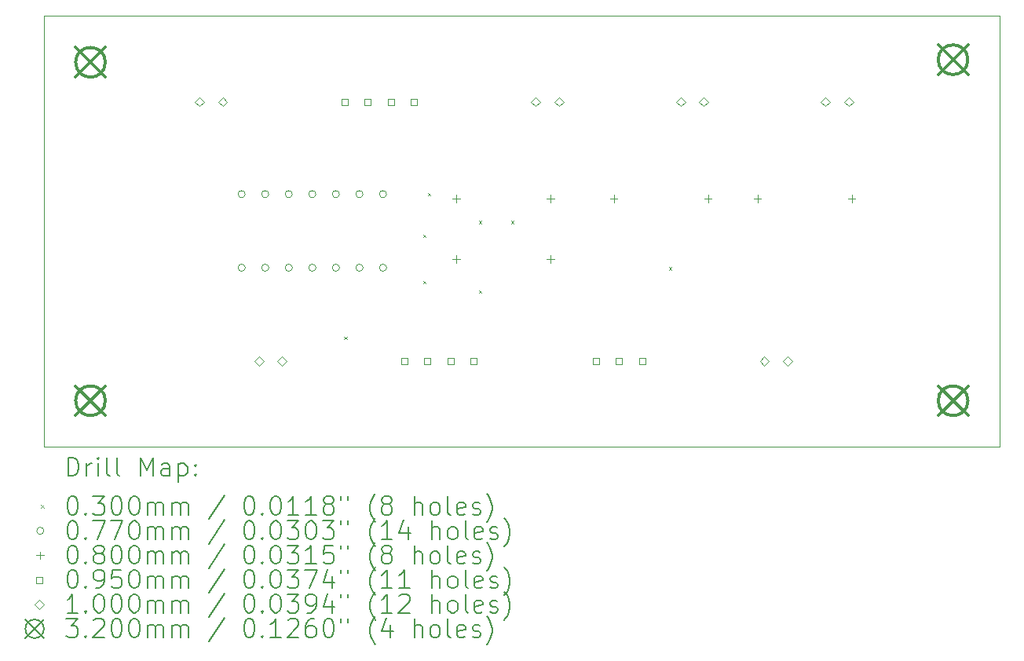
<source format=gbr>
%TF.GenerationSoftware,KiCad,Pcbnew,8.0.5*%
%TF.CreationDate,2025-03-12T15:25:44-04:00*%
%TF.ProjectId,PCB_version4,5043425f-7665-4727-9369-6f6e342e6b69,rev?*%
%TF.SameCoordinates,Original*%
%TF.FileFunction,Drillmap*%
%TF.FilePolarity,Positive*%
%FSLAX45Y45*%
G04 Gerber Fmt 4.5, Leading zero omitted, Abs format (unit mm)*
G04 Created by KiCad (PCBNEW 8.0.5) date 2025-03-12 15:25:44*
%MOMM*%
%LPD*%
G01*
G04 APERTURE LIST*
%ADD10C,0.050000*%
%ADD11C,0.200000*%
%ADD12C,0.100000*%
%ADD13C,0.320000*%
G04 APERTURE END LIST*
D10*
X11300000Y-5425000D02*
X21600000Y-5425000D01*
X21600000Y-10075000D01*
X11300000Y-10075000D01*
X11300000Y-5425000D01*
D11*
D12*
X14535000Y-8885000D02*
X14565000Y-8915000D01*
X14565000Y-8885000D02*
X14535000Y-8915000D01*
X15385000Y-7785000D02*
X15415000Y-7815000D01*
X15415000Y-7785000D02*
X15385000Y-7815000D01*
X15385000Y-8285000D02*
X15415000Y-8315000D01*
X15415000Y-8285000D02*
X15385000Y-8315000D01*
X15435000Y-7335000D02*
X15465000Y-7365000D01*
X15465000Y-7335000D02*
X15435000Y-7365000D01*
X15985000Y-7635000D02*
X16015000Y-7665000D01*
X16015000Y-7635000D02*
X15985000Y-7665000D01*
X15985000Y-8385000D02*
X16015000Y-8415000D01*
X16015000Y-8385000D02*
X15985000Y-8415000D01*
X16335000Y-7635000D02*
X16365000Y-7665000D01*
X16365000Y-7635000D02*
X16335000Y-7665000D01*
X18035000Y-8135000D02*
X18065000Y-8165000D01*
X18065000Y-8135000D02*
X18035000Y-8165000D01*
X13468500Y-7350000D02*
G75*
G02*
X13391500Y-7350000I-38500J0D01*
G01*
X13391500Y-7350000D02*
G75*
G02*
X13468500Y-7350000I38500J0D01*
G01*
X13468500Y-8144000D02*
G75*
G02*
X13391500Y-8144000I-38500J0D01*
G01*
X13391500Y-8144000D02*
G75*
G02*
X13468500Y-8144000I38500J0D01*
G01*
X13722500Y-7350000D02*
G75*
G02*
X13645500Y-7350000I-38500J0D01*
G01*
X13645500Y-7350000D02*
G75*
G02*
X13722500Y-7350000I38500J0D01*
G01*
X13722500Y-8144000D02*
G75*
G02*
X13645500Y-8144000I-38500J0D01*
G01*
X13645500Y-8144000D02*
G75*
G02*
X13722500Y-8144000I38500J0D01*
G01*
X13976500Y-7350000D02*
G75*
G02*
X13899500Y-7350000I-38500J0D01*
G01*
X13899500Y-7350000D02*
G75*
G02*
X13976500Y-7350000I38500J0D01*
G01*
X13976500Y-8144000D02*
G75*
G02*
X13899500Y-8144000I-38500J0D01*
G01*
X13899500Y-8144000D02*
G75*
G02*
X13976500Y-8144000I38500J0D01*
G01*
X14230500Y-7350000D02*
G75*
G02*
X14153500Y-7350000I-38500J0D01*
G01*
X14153500Y-7350000D02*
G75*
G02*
X14230500Y-7350000I38500J0D01*
G01*
X14230500Y-8144000D02*
G75*
G02*
X14153500Y-8144000I-38500J0D01*
G01*
X14153500Y-8144000D02*
G75*
G02*
X14230500Y-8144000I38500J0D01*
G01*
X14484500Y-7350000D02*
G75*
G02*
X14407500Y-7350000I-38500J0D01*
G01*
X14407500Y-7350000D02*
G75*
G02*
X14484500Y-7350000I38500J0D01*
G01*
X14484500Y-8144000D02*
G75*
G02*
X14407500Y-8144000I-38500J0D01*
G01*
X14407500Y-8144000D02*
G75*
G02*
X14484500Y-8144000I38500J0D01*
G01*
X14738500Y-7350000D02*
G75*
G02*
X14661500Y-7350000I-38500J0D01*
G01*
X14661500Y-7350000D02*
G75*
G02*
X14738500Y-7350000I38500J0D01*
G01*
X14738500Y-8144000D02*
G75*
G02*
X14661500Y-8144000I-38500J0D01*
G01*
X14661500Y-8144000D02*
G75*
G02*
X14738500Y-8144000I38500J0D01*
G01*
X14992500Y-7350000D02*
G75*
G02*
X14915500Y-7350000I-38500J0D01*
G01*
X14915500Y-7350000D02*
G75*
G02*
X14992500Y-7350000I38500J0D01*
G01*
X14992500Y-8144000D02*
G75*
G02*
X14915500Y-8144000I-38500J0D01*
G01*
X14915500Y-8144000D02*
G75*
G02*
X14992500Y-8144000I38500J0D01*
G01*
X15742000Y-7360000D02*
X15742000Y-7440000D01*
X15702000Y-7400000D02*
X15782000Y-7400000D01*
X15742000Y-8010000D02*
X15742000Y-8090000D01*
X15702000Y-8050000D02*
X15782000Y-8050000D01*
X16758000Y-7360000D02*
X16758000Y-7440000D01*
X16718000Y-7400000D02*
X16798000Y-7400000D01*
X16758000Y-8010000D02*
X16758000Y-8090000D01*
X16718000Y-8050000D02*
X16798000Y-8050000D01*
X17442000Y-7360000D02*
X17442000Y-7440000D01*
X17402000Y-7400000D02*
X17482000Y-7400000D01*
X18458000Y-7360000D02*
X18458000Y-7440000D01*
X18418000Y-7400000D02*
X18498000Y-7400000D01*
X18992000Y-7360000D02*
X18992000Y-7440000D01*
X18952000Y-7400000D02*
X19032000Y-7400000D01*
X20008000Y-7360000D02*
X20008000Y-7440000D01*
X19968000Y-7400000D02*
X20048000Y-7400000D01*
X14571088Y-6386838D02*
X14571088Y-6319662D01*
X14503912Y-6319662D01*
X14503912Y-6386838D01*
X14571088Y-6386838D01*
X14821088Y-6386838D02*
X14821088Y-6319662D01*
X14753912Y-6319662D01*
X14753912Y-6386838D01*
X14821088Y-6386838D01*
X15071088Y-6386838D02*
X15071088Y-6319662D01*
X15003912Y-6319662D01*
X15003912Y-6386838D01*
X15071088Y-6386838D01*
X15216921Y-9183588D02*
X15216921Y-9116412D01*
X15149745Y-9116412D01*
X15149745Y-9183588D01*
X15216921Y-9183588D01*
X15321088Y-6386838D02*
X15321088Y-6319662D01*
X15253912Y-6319662D01*
X15253912Y-6386838D01*
X15321088Y-6386838D01*
X15466921Y-9183588D02*
X15466921Y-9116412D01*
X15399745Y-9116412D01*
X15399745Y-9183588D01*
X15466921Y-9183588D01*
X15716921Y-9183588D02*
X15716921Y-9116412D01*
X15649745Y-9116412D01*
X15649745Y-9183588D01*
X15716921Y-9183588D01*
X15966921Y-9183588D02*
X15966921Y-9116412D01*
X15899745Y-9116412D01*
X15899745Y-9183588D01*
X15966921Y-9183588D01*
X17283588Y-9183588D02*
X17283588Y-9116412D01*
X17216412Y-9116412D01*
X17216412Y-9183588D01*
X17283588Y-9183588D01*
X17533588Y-9183588D02*
X17533588Y-9116412D01*
X17466412Y-9116412D01*
X17466412Y-9183588D01*
X17533588Y-9183588D01*
X17783588Y-9183588D02*
X17783588Y-9116412D01*
X17716412Y-9116412D01*
X17716412Y-9183588D01*
X17783588Y-9183588D01*
X12975000Y-6403250D02*
X13025000Y-6353250D01*
X12975000Y-6303250D01*
X12925000Y-6353250D01*
X12975000Y-6403250D01*
X13225000Y-6403250D02*
X13275000Y-6353250D01*
X13225000Y-6303250D01*
X13175000Y-6353250D01*
X13225000Y-6403250D01*
X13616667Y-9200000D02*
X13666667Y-9150000D01*
X13616667Y-9100000D01*
X13566667Y-9150000D01*
X13616667Y-9200000D01*
X13866667Y-9200000D02*
X13916667Y-9150000D01*
X13866667Y-9100000D01*
X13816667Y-9150000D01*
X13866667Y-9200000D01*
X16600000Y-6403250D02*
X16650000Y-6353250D01*
X16600000Y-6303250D01*
X16550000Y-6353250D01*
X16600000Y-6403250D01*
X16850000Y-6403250D02*
X16900000Y-6353250D01*
X16850000Y-6303250D01*
X16800000Y-6353250D01*
X16850000Y-6403250D01*
X18162500Y-6403250D02*
X18212500Y-6353250D01*
X18162500Y-6303250D01*
X18112500Y-6353250D01*
X18162500Y-6403250D01*
X18412500Y-6403250D02*
X18462500Y-6353250D01*
X18412500Y-6303250D01*
X18362500Y-6353250D01*
X18412500Y-6403250D01*
X19066667Y-9200000D02*
X19116667Y-9150000D01*
X19066667Y-9100000D01*
X19016667Y-9150000D01*
X19066667Y-9200000D01*
X19316667Y-9200000D02*
X19366667Y-9150000D01*
X19316667Y-9100000D01*
X19266667Y-9150000D01*
X19316667Y-9200000D01*
X19725000Y-6403250D02*
X19775000Y-6353250D01*
X19725000Y-6303250D01*
X19675000Y-6353250D01*
X19725000Y-6403250D01*
X19975000Y-6403250D02*
X20025000Y-6353250D01*
X19975000Y-6303250D01*
X19925000Y-6353250D01*
X19975000Y-6403250D01*
D13*
X11640000Y-5767850D02*
X11960000Y-6087850D01*
X11960000Y-5767850D02*
X11640000Y-6087850D01*
X11960000Y-5927850D02*
G75*
G02*
X11640000Y-5927850I-160000J0D01*
G01*
X11640000Y-5927850D02*
G75*
G02*
X11960000Y-5927850I160000J0D01*
G01*
X11640000Y-9417850D02*
X11960000Y-9737850D01*
X11960000Y-9417850D02*
X11640000Y-9737850D01*
X11960000Y-9577850D02*
G75*
G02*
X11640000Y-9577850I-160000J0D01*
G01*
X11640000Y-9577850D02*
G75*
G02*
X11960000Y-9577850I160000J0D01*
G01*
X20940000Y-5740000D02*
X21260000Y-6060000D01*
X21260000Y-5740000D02*
X20940000Y-6060000D01*
X21260000Y-5900000D02*
G75*
G02*
X20940000Y-5900000I-160000J0D01*
G01*
X20940000Y-5900000D02*
G75*
G02*
X21260000Y-5900000I160000J0D01*
G01*
X20940000Y-9417850D02*
X21260000Y-9737850D01*
X21260000Y-9417850D02*
X20940000Y-9737850D01*
X21260000Y-9577850D02*
G75*
G02*
X20940000Y-9577850I-160000J0D01*
G01*
X20940000Y-9577850D02*
G75*
G02*
X21260000Y-9577850I160000J0D01*
G01*
D11*
X11558277Y-10388984D02*
X11558277Y-10188984D01*
X11558277Y-10188984D02*
X11605896Y-10188984D01*
X11605896Y-10188984D02*
X11634467Y-10198508D01*
X11634467Y-10198508D02*
X11653515Y-10217555D01*
X11653515Y-10217555D02*
X11663039Y-10236603D01*
X11663039Y-10236603D02*
X11672562Y-10274698D01*
X11672562Y-10274698D02*
X11672562Y-10303270D01*
X11672562Y-10303270D02*
X11663039Y-10341365D01*
X11663039Y-10341365D02*
X11653515Y-10360412D01*
X11653515Y-10360412D02*
X11634467Y-10379460D01*
X11634467Y-10379460D02*
X11605896Y-10388984D01*
X11605896Y-10388984D02*
X11558277Y-10388984D01*
X11758277Y-10388984D02*
X11758277Y-10255650D01*
X11758277Y-10293746D02*
X11767801Y-10274698D01*
X11767801Y-10274698D02*
X11777324Y-10265174D01*
X11777324Y-10265174D02*
X11796372Y-10255650D01*
X11796372Y-10255650D02*
X11815420Y-10255650D01*
X11882086Y-10388984D02*
X11882086Y-10255650D01*
X11882086Y-10188984D02*
X11872562Y-10198508D01*
X11872562Y-10198508D02*
X11882086Y-10208031D01*
X11882086Y-10208031D02*
X11891610Y-10198508D01*
X11891610Y-10198508D02*
X11882086Y-10188984D01*
X11882086Y-10188984D02*
X11882086Y-10208031D01*
X12005896Y-10388984D02*
X11986848Y-10379460D01*
X11986848Y-10379460D02*
X11977324Y-10360412D01*
X11977324Y-10360412D02*
X11977324Y-10188984D01*
X12110658Y-10388984D02*
X12091610Y-10379460D01*
X12091610Y-10379460D02*
X12082086Y-10360412D01*
X12082086Y-10360412D02*
X12082086Y-10188984D01*
X12339229Y-10388984D02*
X12339229Y-10188984D01*
X12339229Y-10188984D02*
X12405896Y-10331841D01*
X12405896Y-10331841D02*
X12472562Y-10188984D01*
X12472562Y-10188984D02*
X12472562Y-10388984D01*
X12653515Y-10388984D02*
X12653515Y-10284222D01*
X12653515Y-10284222D02*
X12643991Y-10265174D01*
X12643991Y-10265174D02*
X12624943Y-10255650D01*
X12624943Y-10255650D02*
X12586848Y-10255650D01*
X12586848Y-10255650D02*
X12567801Y-10265174D01*
X12653515Y-10379460D02*
X12634467Y-10388984D01*
X12634467Y-10388984D02*
X12586848Y-10388984D01*
X12586848Y-10388984D02*
X12567801Y-10379460D01*
X12567801Y-10379460D02*
X12558277Y-10360412D01*
X12558277Y-10360412D02*
X12558277Y-10341365D01*
X12558277Y-10341365D02*
X12567801Y-10322317D01*
X12567801Y-10322317D02*
X12586848Y-10312793D01*
X12586848Y-10312793D02*
X12634467Y-10312793D01*
X12634467Y-10312793D02*
X12653515Y-10303270D01*
X12748753Y-10255650D02*
X12748753Y-10455650D01*
X12748753Y-10265174D02*
X12767801Y-10255650D01*
X12767801Y-10255650D02*
X12805896Y-10255650D01*
X12805896Y-10255650D02*
X12824943Y-10265174D01*
X12824943Y-10265174D02*
X12834467Y-10274698D01*
X12834467Y-10274698D02*
X12843991Y-10293746D01*
X12843991Y-10293746D02*
X12843991Y-10350889D01*
X12843991Y-10350889D02*
X12834467Y-10369936D01*
X12834467Y-10369936D02*
X12824943Y-10379460D01*
X12824943Y-10379460D02*
X12805896Y-10388984D01*
X12805896Y-10388984D02*
X12767801Y-10388984D01*
X12767801Y-10388984D02*
X12748753Y-10379460D01*
X12929705Y-10369936D02*
X12939229Y-10379460D01*
X12939229Y-10379460D02*
X12929705Y-10388984D01*
X12929705Y-10388984D02*
X12920182Y-10379460D01*
X12920182Y-10379460D02*
X12929705Y-10369936D01*
X12929705Y-10369936D02*
X12929705Y-10388984D01*
X12929705Y-10265174D02*
X12939229Y-10274698D01*
X12939229Y-10274698D02*
X12929705Y-10284222D01*
X12929705Y-10284222D02*
X12920182Y-10274698D01*
X12920182Y-10274698D02*
X12929705Y-10265174D01*
X12929705Y-10265174D02*
X12929705Y-10284222D01*
D12*
X11267500Y-10702500D02*
X11297500Y-10732500D01*
X11297500Y-10702500D02*
X11267500Y-10732500D01*
D11*
X11596372Y-10608984D02*
X11615420Y-10608984D01*
X11615420Y-10608984D02*
X11634467Y-10618508D01*
X11634467Y-10618508D02*
X11643991Y-10628031D01*
X11643991Y-10628031D02*
X11653515Y-10647079D01*
X11653515Y-10647079D02*
X11663039Y-10685174D01*
X11663039Y-10685174D02*
X11663039Y-10732793D01*
X11663039Y-10732793D02*
X11653515Y-10770889D01*
X11653515Y-10770889D02*
X11643991Y-10789936D01*
X11643991Y-10789936D02*
X11634467Y-10799460D01*
X11634467Y-10799460D02*
X11615420Y-10808984D01*
X11615420Y-10808984D02*
X11596372Y-10808984D01*
X11596372Y-10808984D02*
X11577324Y-10799460D01*
X11577324Y-10799460D02*
X11567801Y-10789936D01*
X11567801Y-10789936D02*
X11558277Y-10770889D01*
X11558277Y-10770889D02*
X11548753Y-10732793D01*
X11548753Y-10732793D02*
X11548753Y-10685174D01*
X11548753Y-10685174D02*
X11558277Y-10647079D01*
X11558277Y-10647079D02*
X11567801Y-10628031D01*
X11567801Y-10628031D02*
X11577324Y-10618508D01*
X11577324Y-10618508D02*
X11596372Y-10608984D01*
X11748753Y-10789936D02*
X11758277Y-10799460D01*
X11758277Y-10799460D02*
X11748753Y-10808984D01*
X11748753Y-10808984D02*
X11739229Y-10799460D01*
X11739229Y-10799460D02*
X11748753Y-10789936D01*
X11748753Y-10789936D02*
X11748753Y-10808984D01*
X11824943Y-10608984D02*
X11948753Y-10608984D01*
X11948753Y-10608984D02*
X11882086Y-10685174D01*
X11882086Y-10685174D02*
X11910658Y-10685174D01*
X11910658Y-10685174D02*
X11929705Y-10694698D01*
X11929705Y-10694698D02*
X11939229Y-10704222D01*
X11939229Y-10704222D02*
X11948753Y-10723270D01*
X11948753Y-10723270D02*
X11948753Y-10770889D01*
X11948753Y-10770889D02*
X11939229Y-10789936D01*
X11939229Y-10789936D02*
X11929705Y-10799460D01*
X11929705Y-10799460D02*
X11910658Y-10808984D01*
X11910658Y-10808984D02*
X11853515Y-10808984D01*
X11853515Y-10808984D02*
X11834467Y-10799460D01*
X11834467Y-10799460D02*
X11824943Y-10789936D01*
X12072562Y-10608984D02*
X12091610Y-10608984D01*
X12091610Y-10608984D02*
X12110658Y-10618508D01*
X12110658Y-10618508D02*
X12120182Y-10628031D01*
X12120182Y-10628031D02*
X12129705Y-10647079D01*
X12129705Y-10647079D02*
X12139229Y-10685174D01*
X12139229Y-10685174D02*
X12139229Y-10732793D01*
X12139229Y-10732793D02*
X12129705Y-10770889D01*
X12129705Y-10770889D02*
X12120182Y-10789936D01*
X12120182Y-10789936D02*
X12110658Y-10799460D01*
X12110658Y-10799460D02*
X12091610Y-10808984D01*
X12091610Y-10808984D02*
X12072562Y-10808984D01*
X12072562Y-10808984D02*
X12053515Y-10799460D01*
X12053515Y-10799460D02*
X12043991Y-10789936D01*
X12043991Y-10789936D02*
X12034467Y-10770889D01*
X12034467Y-10770889D02*
X12024943Y-10732793D01*
X12024943Y-10732793D02*
X12024943Y-10685174D01*
X12024943Y-10685174D02*
X12034467Y-10647079D01*
X12034467Y-10647079D02*
X12043991Y-10628031D01*
X12043991Y-10628031D02*
X12053515Y-10618508D01*
X12053515Y-10618508D02*
X12072562Y-10608984D01*
X12263039Y-10608984D02*
X12282086Y-10608984D01*
X12282086Y-10608984D02*
X12301134Y-10618508D01*
X12301134Y-10618508D02*
X12310658Y-10628031D01*
X12310658Y-10628031D02*
X12320182Y-10647079D01*
X12320182Y-10647079D02*
X12329705Y-10685174D01*
X12329705Y-10685174D02*
X12329705Y-10732793D01*
X12329705Y-10732793D02*
X12320182Y-10770889D01*
X12320182Y-10770889D02*
X12310658Y-10789936D01*
X12310658Y-10789936D02*
X12301134Y-10799460D01*
X12301134Y-10799460D02*
X12282086Y-10808984D01*
X12282086Y-10808984D02*
X12263039Y-10808984D01*
X12263039Y-10808984D02*
X12243991Y-10799460D01*
X12243991Y-10799460D02*
X12234467Y-10789936D01*
X12234467Y-10789936D02*
X12224943Y-10770889D01*
X12224943Y-10770889D02*
X12215420Y-10732793D01*
X12215420Y-10732793D02*
X12215420Y-10685174D01*
X12215420Y-10685174D02*
X12224943Y-10647079D01*
X12224943Y-10647079D02*
X12234467Y-10628031D01*
X12234467Y-10628031D02*
X12243991Y-10618508D01*
X12243991Y-10618508D02*
X12263039Y-10608984D01*
X12415420Y-10808984D02*
X12415420Y-10675650D01*
X12415420Y-10694698D02*
X12424943Y-10685174D01*
X12424943Y-10685174D02*
X12443991Y-10675650D01*
X12443991Y-10675650D02*
X12472563Y-10675650D01*
X12472563Y-10675650D02*
X12491610Y-10685174D01*
X12491610Y-10685174D02*
X12501134Y-10704222D01*
X12501134Y-10704222D02*
X12501134Y-10808984D01*
X12501134Y-10704222D02*
X12510658Y-10685174D01*
X12510658Y-10685174D02*
X12529705Y-10675650D01*
X12529705Y-10675650D02*
X12558277Y-10675650D01*
X12558277Y-10675650D02*
X12577324Y-10685174D01*
X12577324Y-10685174D02*
X12586848Y-10704222D01*
X12586848Y-10704222D02*
X12586848Y-10808984D01*
X12682086Y-10808984D02*
X12682086Y-10675650D01*
X12682086Y-10694698D02*
X12691610Y-10685174D01*
X12691610Y-10685174D02*
X12710658Y-10675650D01*
X12710658Y-10675650D02*
X12739229Y-10675650D01*
X12739229Y-10675650D02*
X12758277Y-10685174D01*
X12758277Y-10685174D02*
X12767801Y-10704222D01*
X12767801Y-10704222D02*
X12767801Y-10808984D01*
X12767801Y-10704222D02*
X12777324Y-10685174D01*
X12777324Y-10685174D02*
X12796372Y-10675650D01*
X12796372Y-10675650D02*
X12824943Y-10675650D01*
X12824943Y-10675650D02*
X12843991Y-10685174D01*
X12843991Y-10685174D02*
X12853515Y-10704222D01*
X12853515Y-10704222D02*
X12853515Y-10808984D01*
X13243991Y-10599460D02*
X13072563Y-10856603D01*
X13501134Y-10608984D02*
X13520182Y-10608984D01*
X13520182Y-10608984D02*
X13539229Y-10618508D01*
X13539229Y-10618508D02*
X13548753Y-10628031D01*
X13548753Y-10628031D02*
X13558277Y-10647079D01*
X13558277Y-10647079D02*
X13567801Y-10685174D01*
X13567801Y-10685174D02*
X13567801Y-10732793D01*
X13567801Y-10732793D02*
X13558277Y-10770889D01*
X13558277Y-10770889D02*
X13548753Y-10789936D01*
X13548753Y-10789936D02*
X13539229Y-10799460D01*
X13539229Y-10799460D02*
X13520182Y-10808984D01*
X13520182Y-10808984D02*
X13501134Y-10808984D01*
X13501134Y-10808984D02*
X13482086Y-10799460D01*
X13482086Y-10799460D02*
X13472563Y-10789936D01*
X13472563Y-10789936D02*
X13463039Y-10770889D01*
X13463039Y-10770889D02*
X13453515Y-10732793D01*
X13453515Y-10732793D02*
X13453515Y-10685174D01*
X13453515Y-10685174D02*
X13463039Y-10647079D01*
X13463039Y-10647079D02*
X13472563Y-10628031D01*
X13472563Y-10628031D02*
X13482086Y-10618508D01*
X13482086Y-10618508D02*
X13501134Y-10608984D01*
X13653515Y-10789936D02*
X13663039Y-10799460D01*
X13663039Y-10799460D02*
X13653515Y-10808984D01*
X13653515Y-10808984D02*
X13643991Y-10799460D01*
X13643991Y-10799460D02*
X13653515Y-10789936D01*
X13653515Y-10789936D02*
X13653515Y-10808984D01*
X13786848Y-10608984D02*
X13805896Y-10608984D01*
X13805896Y-10608984D02*
X13824944Y-10618508D01*
X13824944Y-10618508D02*
X13834467Y-10628031D01*
X13834467Y-10628031D02*
X13843991Y-10647079D01*
X13843991Y-10647079D02*
X13853515Y-10685174D01*
X13853515Y-10685174D02*
X13853515Y-10732793D01*
X13853515Y-10732793D02*
X13843991Y-10770889D01*
X13843991Y-10770889D02*
X13834467Y-10789936D01*
X13834467Y-10789936D02*
X13824944Y-10799460D01*
X13824944Y-10799460D02*
X13805896Y-10808984D01*
X13805896Y-10808984D02*
X13786848Y-10808984D01*
X13786848Y-10808984D02*
X13767801Y-10799460D01*
X13767801Y-10799460D02*
X13758277Y-10789936D01*
X13758277Y-10789936D02*
X13748753Y-10770889D01*
X13748753Y-10770889D02*
X13739229Y-10732793D01*
X13739229Y-10732793D02*
X13739229Y-10685174D01*
X13739229Y-10685174D02*
X13748753Y-10647079D01*
X13748753Y-10647079D02*
X13758277Y-10628031D01*
X13758277Y-10628031D02*
X13767801Y-10618508D01*
X13767801Y-10618508D02*
X13786848Y-10608984D01*
X14043991Y-10808984D02*
X13929706Y-10808984D01*
X13986848Y-10808984D02*
X13986848Y-10608984D01*
X13986848Y-10608984D02*
X13967801Y-10637555D01*
X13967801Y-10637555D02*
X13948753Y-10656603D01*
X13948753Y-10656603D02*
X13929706Y-10666127D01*
X14234467Y-10808984D02*
X14120182Y-10808984D01*
X14177325Y-10808984D02*
X14177325Y-10608984D01*
X14177325Y-10608984D02*
X14158277Y-10637555D01*
X14158277Y-10637555D02*
X14139229Y-10656603D01*
X14139229Y-10656603D02*
X14120182Y-10666127D01*
X14348753Y-10694698D02*
X14329706Y-10685174D01*
X14329706Y-10685174D02*
X14320182Y-10675650D01*
X14320182Y-10675650D02*
X14310658Y-10656603D01*
X14310658Y-10656603D02*
X14310658Y-10647079D01*
X14310658Y-10647079D02*
X14320182Y-10628031D01*
X14320182Y-10628031D02*
X14329706Y-10618508D01*
X14329706Y-10618508D02*
X14348753Y-10608984D01*
X14348753Y-10608984D02*
X14386848Y-10608984D01*
X14386848Y-10608984D02*
X14405896Y-10618508D01*
X14405896Y-10618508D02*
X14415420Y-10628031D01*
X14415420Y-10628031D02*
X14424944Y-10647079D01*
X14424944Y-10647079D02*
X14424944Y-10656603D01*
X14424944Y-10656603D02*
X14415420Y-10675650D01*
X14415420Y-10675650D02*
X14405896Y-10685174D01*
X14405896Y-10685174D02*
X14386848Y-10694698D01*
X14386848Y-10694698D02*
X14348753Y-10694698D01*
X14348753Y-10694698D02*
X14329706Y-10704222D01*
X14329706Y-10704222D02*
X14320182Y-10713746D01*
X14320182Y-10713746D02*
X14310658Y-10732793D01*
X14310658Y-10732793D02*
X14310658Y-10770889D01*
X14310658Y-10770889D02*
X14320182Y-10789936D01*
X14320182Y-10789936D02*
X14329706Y-10799460D01*
X14329706Y-10799460D02*
X14348753Y-10808984D01*
X14348753Y-10808984D02*
X14386848Y-10808984D01*
X14386848Y-10808984D02*
X14405896Y-10799460D01*
X14405896Y-10799460D02*
X14415420Y-10789936D01*
X14415420Y-10789936D02*
X14424944Y-10770889D01*
X14424944Y-10770889D02*
X14424944Y-10732793D01*
X14424944Y-10732793D02*
X14415420Y-10713746D01*
X14415420Y-10713746D02*
X14405896Y-10704222D01*
X14405896Y-10704222D02*
X14386848Y-10694698D01*
X14501134Y-10608984D02*
X14501134Y-10647079D01*
X14577325Y-10608984D02*
X14577325Y-10647079D01*
X14872563Y-10885174D02*
X14863039Y-10875650D01*
X14863039Y-10875650D02*
X14843991Y-10847079D01*
X14843991Y-10847079D02*
X14834468Y-10828031D01*
X14834468Y-10828031D02*
X14824944Y-10799460D01*
X14824944Y-10799460D02*
X14815420Y-10751841D01*
X14815420Y-10751841D02*
X14815420Y-10713746D01*
X14815420Y-10713746D02*
X14824944Y-10666127D01*
X14824944Y-10666127D02*
X14834468Y-10637555D01*
X14834468Y-10637555D02*
X14843991Y-10618508D01*
X14843991Y-10618508D02*
X14863039Y-10589936D01*
X14863039Y-10589936D02*
X14872563Y-10580412D01*
X14977325Y-10694698D02*
X14958277Y-10685174D01*
X14958277Y-10685174D02*
X14948753Y-10675650D01*
X14948753Y-10675650D02*
X14939229Y-10656603D01*
X14939229Y-10656603D02*
X14939229Y-10647079D01*
X14939229Y-10647079D02*
X14948753Y-10628031D01*
X14948753Y-10628031D02*
X14958277Y-10618508D01*
X14958277Y-10618508D02*
X14977325Y-10608984D01*
X14977325Y-10608984D02*
X15015420Y-10608984D01*
X15015420Y-10608984D02*
X15034468Y-10618508D01*
X15034468Y-10618508D02*
X15043991Y-10628031D01*
X15043991Y-10628031D02*
X15053515Y-10647079D01*
X15053515Y-10647079D02*
X15053515Y-10656603D01*
X15053515Y-10656603D02*
X15043991Y-10675650D01*
X15043991Y-10675650D02*
X15034468Y-10685174D01*
X15034468Y-10685174D02*
X15015420Y-10694698D01*
X15015420Y-10694698D02*
X14977325Y-10694698D01*
X14977325Y-10694698D02*
X14958277Y-10704222D01*
X14958277Y-10704222D02*
X14948753Y-10713746D01*
X14948753Y-10713746D02*
X14939229Y-10732793D01*
X14939229Y-10732793D02*
X14939229Y-10770889D01*
X14939229Y-10770889D02*
X14948753Y-10789936D01*
X14948753Y-10789936D02*
X14958277Y-10799460D01*
X14958277Y-10799460D02*
X14977325Y-10808984D01*
X14977325Y-10808984D02*
X15015420Y-10808984D01*
X15015420Y-10808984D02*
X15034468Y-10799460D01*
X15034468Y-10799460D02*
X15043991Y-10789936D01*
X15043991Y-10789936D02*
X15053515Y-10770889D01*
X15053515Y-10770889D02*
X15053515Y-10732793D01*
X15053515Y-10732793D02*
X15043991Y-10713746D01*
X15043991Y-10713746D02*
X15034468Y-10704222D01*
X15034468Y-10704222D02*
X15015420Y-10694698D01*
X15291610Y-10808984D02*
X15291610Y-10608984D01*
X15377325Y-10808984D02*
X15377325Y-10704222D01*
X15377325Y-10704222D02*
X15367801Y-10685174D01*
X15367801Y-10685174D02*
X15348753Y-10675650D01*
X15348753Y-10675650D02*
X15320182Y-10675650D01*
X15320182Y-10675650D02*
X15301134Y-10685174D01*
X15301134Y-10685174D02*
X15291610Y-10694698D01*
X15501134Y-10808984D02*
X15482087Y-10799460D01*
X15482087Y-10799460D02*
X15472563Y-10789936D01*
X15472563Y-10789936D02*
X15463039Y-10770889D01*
X15463039Y-10770889D02*
X15463039Y-10713746D01*
X15463039Y-10713746D02*
X15472563Y-10694698D01*
X15472563Y-10694698D02*
X15482087Y-10685174D01*
X15482087Y-10685174D02*
X15501134Y-10675650D01*
X15501134Y-10675650D02*
X15529706Y-10675650D01*
X15529706Y-10675650D02*
X15548753Y-10685174D01*
X15548753Y-10685174D02*
X15558277Y-10694698D01*
X15558277Y-10694698D02*
X15567801Y-10713746D01*
X15567801Y-10713746D02*
X15567801Y-10770889D01*
X15567801Y-10770889D02*
X15558277Y-10789936D01*
X15558277Y-10789936D02*
X15548753Y-10799460D01*
X15548753Y-10799460D02*
X15529706Y-10808984D01*
X15529706Y-10808984D02*
X15501134Y-10808984D01*
X15682087Y-10808984D02*
X15663039Y-10799460D01*
X15663039Y-10799460D02*
X15653515Y-10780412D01*
X15653515Y-10780412D02*
X15653515Y-10608984D01*
X15834468Y-10799460D02*
X15815420Y-10808984D01*
X15815420Y-10808984D02*
X15777325Y-10808984D01*
X15777325Y-10808984D02*
X15758277Y-10799460D01*
X15758277Y-10799460D02*
X15748753Y-10780412D01*
X15748753Y-10780412D02*
X15748753Y-10704222D01*
X15748753Y-10704222D02*
X15758277Y-10685174D01*
X15758277Y-10685174D02*
X15777325Y-10675650D01*
X15777325Y-10675650D02*
X15815420Y-10675650D01*
X15815420Y-10675650D02*
X15834468Y-10685174D01*
X15834468Y-10685174D02*
X15843991Y-10704222D01*
X15843991Y-10704222D02*
X15843991Y-10723270D01*
X15843991Y-10723270D02*
X15748753Y-10742317D01*
X15920182Y-10799460D02*
X15939230Y-10808984D01*
X15939230Y-10808984D02*
X15977325Y-10808984D01*
X15977325Y-10808984D02*
X15996372Y-10799460D01*
X15996372Y-10799460D02*
X16005896Y-10780412D01*
X16005896Y-10780412D02*
X16005896Y-10770889D01*
X16005896Y-10770889D02*
X15996372Y-10751841D01*
X15996372Y-10751841D02*
X15977325Y-10742317D01*
X15977325Y-10742317D02*
X15948753Y-10742317D01*
X15948753Y-10742317D02*
X15929706Y-10732793D01*
X15929706Y-10732793D02*
X15920182Y-10713746D01*
X15920182Y-10713746D02*
X15920182Y-10704222D01*
X15920182Y-10704222D02*
X15929706Y-10685174D01*
X15929706Y-10685174D02*
X15948753Y-10675650D01*
X15948753Y-10675650D02*
X15977325Y-10675650D01*
X15977325Y-10675650D02*
X15996372Y-10685174D01*
X16072563Y-10885174D02*
X16082087Y-10875650D01*
X16082087Y-10875650D02*
X16101134Y-10847079D01*
X16101134Y-10847079D02*
X16110658Y-10828031D01*
X16110658Y-10828031D02*
X16120182Y-10799460D01*
X16120182Y-10799460D02*
X16129706Y-10751841D01*
X16129706Y-10751841D02*
X16129706Y-10713746D01*
X16129706Y-10713746D02*
X16120182Y-10666127D01*
X16120182Y-10666127D02*
X16110658Y-10637555D01*
X16110658Y-10637555D02*
X16101134Y-10618508D01*
X16101134Y-10618508D02*
X16082087Y-10589936D01*
X16082087Y-10589936D02*
X16072563Y-10580412D01*
D12*
X11297500Y-10981500D02*
G75*
G02*
X11220500Y-10981500I-38500J0D01*
G01*
X11220500Y-10981500D02*
G75*
G02*
X11297500Y-10981500I38500J0D01*
G01*
D11*
X11596372Y-10872984D02*
X11615420Y-10872984D01*
X11615420Y-10872984D02*
X11634467Y-10882508D01*
X11634467Y-10882508D02*
X11643991Y-10892031D01*
X11643991Y-10892031D02*
X11653515Y-10911079D01*
X11653515Y-10911079D02*
X11663039Y-10949174D01*
X11663039Y-10949174D02*
X11663039Y-10996793D01*
X11663039Y-10996793D02*
X11653515Y-11034889D01*
X11653515Y-11034889D02*
X11643991Y-11053936D01*
X11643991Y-11053936D02*
X11634467Y-11063460D01*
X11634467Y-11063460D02*
X11615420Y-11072984D01*
X11615420Y-11072984D02*
X11596372Y-11072984D01*
X11596372Y-11072984D02*
X11577324Y-11063460D01*
X11577324Y-11063460D02*
X11567801Y-11053936D01*
X11567801Y-11053936D02*
X11558277Y-11034889D01*
X11558277Y-11034889D02*
X11548753Y-10996793D01*
X11548753Y-10996793D02*
X11548753Y-10949174D01*
X11548753Y-10949174D02*
X11558277Y-10911079D01*
X11558277Y-10911079D02*
X11567801Y-10892031D01*
X11567801Y-10892031D02*
X11577324Y-10882508D01*
X11577324Y-10882508D02*
X11596372Y-10872984D01*
X11748753Y-11053936D02*
X11758277Y-11063460D01*
X11758277Y-11063460D02*
X11748753Y-11072984D01*
X11748753Y-11072984D02*
X11739229Y-11063460D01*
X11739229Y-11063460D02*
X11748753Y-11053936D01*
X11748753Y-11053936D02*
X11748753Y-11072984D01*
X11824943Y-10872984D02*
X11958277Y-10872984D01*
X11958277Y-10872984D02*
X11872562Y-11072984D01*
X12015420Y-10872984D02*
X12148753Y-10872984D01*
X12148753Y-10872984D02*
X12063039Y-11072984D01*
X12263039Y-10872984D02*
X12282086Y-10872984D01*
X12282086Y-10872984D02*
X12301134Y-10882508D01*
X12301134Y-10882508D02*
X12310658Y-10892031D01*
X12310658Y-10892031D02*
X12320182Y-10911079D01*
X12320182Y-10911079D02*
X12329705Y-10949174D01*
X12329705Y-10949174D02*
X12329705Y-10996793D01*
X12329705Y-10996793D02*
X12320182Y-11034889D01*
X12320182Y-11034889D02*
X12310658Y-11053936D01*
X12310658Y-11053936D02*
X12301134Y-11063460D01*
X12301134Y-11063460D02*
X12282086Y-11072984D01*
X12282086Y-11072984D02*
X12263039Y-11072984D01*
X12263039Y-11072984D02*
X12243991Y-11063460D01*
X12243991Y-11063460D02*
X12234467Y-11053936D01*
X12234467Y-11053936D02*
X12224943Y-11034889D01*
X12224943Y-11034889D02*
X12215420Y-10996793D01*
X12215420Y-10996793D02*
X12215420Y-10949174D01*
X12215420Y-10949174D02*
X12224943Y-10911079D01*
X12224943Y-10911079D02*
X12234467Y-10892031D01*
X12234467Y-10892031D02*
X12243991Y-10882508D01*
X12243991Y-10882508D02*
X12263039Y-10872984D01*
X12415420Y-11072984D02*
X12415420Y-10939650D01*
X12415420Y-10958698D02*
X12424943Y-10949174D01*
X12424943Y-10949174D02*
X12443991Y-10939650D01*
X12443991Y-10939650D02*
X12472563Y-10939650D01*
X12472563Y-10939650D02*
X12491610Y-10949174D01*
X12491610Y-10949174D02*
X12501134Y-10968222D01*
X12501134Y-10968222D02*
X12501134Y-11072984D01*
X12501134Y-10968222D02*
X12510658Y-10949174D01*
X12510658Y-10949174D02*
X12529705Y-10939650D01*
X12529705Y-10939650D02*
X12558277Y-10939650D01*
X12558277Y-10939650D02*
X12577324Y-10949174D01*
X12577324Y-10949174D02*
X12586848Y-10968222D01*
X12586848Y-10968222D02*
X12586848Y-11072984D01*
X12682086Y-11072984D02*
X12682086Y-10939650D01*
X12682086Y-10958698D02*
X12691610Y-10949174D01*
X12691610Y-10949174D02*
X12710658Y-10939650D01*
X12710658Y-10939650D02*
X12739229Y-10939650D01*
X12739229Y-10939650D02*
X12758277Y-10949174D01*
X12758277Y-10949174D02*
X12767801Y-10968222D01*
X12767801Y-10968222D02*
X12767801Y-11072984D01*
X12767801Y-10968222D02*
X12777324Y-10949174D01*
X12777324Y-10949174D02*
X12796372Y-10939650D01*
X12796372Y-10939650D02*
X12824943Y-10939650D01*
X12824943Y-10939650D02*
X12843991Y-10949174D01*
X12843991Y-10949174D02*
X12853515Y-10968222D01*
X12853515Y-10968222D02*
X12853515Y-11072984D01*
X13243991Y-10863460D02*
X13072563Y-11120603D01*
X13501134Y-10872984D02*
X13520182Y-10872984D01*
X13520182Y-10872984D02*
X13539229Y-10882508D01*
X13539229Y-10882508D02*
X13548753Y-10892031D01*
X13548753Y-10892031D02*
X13558277Y-10911079D01*
X13558277Y-10911079D02*
X13567801Y-10949174D01*
X13567801Y-10949174D02*
X13567801Y-10996793D01*
X13567801Y-10996793D02*
X13558277Y-11034889D01*
X13558277Y-11034889D02*
X13548753Y-11053936D01*
X13548753Y-11053936D02*
X13539229Y-11063460D01*
X13539229Y-11063460D02*
X13520182Y-11072984D01*
X13520182Y-11072984D02*
X13501134Y-11072984D01*
X13501134Y-11072984D02*
X13482086Y-11063460D01*
X13482086Y-11063460D02*
X13472563Y-11053936D01*
X13472563Y-11053936D02*
X13463039Y-11034889D01*
X13463039Y-11034889D02*
X13453515Y-10996793D01*
X13453515Y-10996793D02*
X13453515Y-10949174D01*
X13453515Y-10949174D02*
X13463039Y-10911079D01*
X13463039Y-10911079D02*
X13472563Y-10892031D01*
X13472563Y-10892031D02*
X13482086Y-10882508D01*
X13482086Y-10882508D02*
X13501134Y-10872984D01*
X13653515Y-11053936D02*
X13663039Y-11063460D01*
X13663039Y-11063460D02*
X13653515Y-11072984D01*
X13653515Y-11072984D02*
X13643991Y-11063460D01*
X13643991Y-11063460D02*
X13653515Y-11053936D01*
X13653515Y-11053936D02*
X13653515Y-11072984D01*
X13786848Y-10872984D02*
X13805896Y-10872984D01*
X13805896Y-10872984D02*
X13824944Y-10882508D01*
X13824944Y-10882508D02*
X13834467Y-10892031D01*
X13834467Y-10892031D02*
X13843991Y-10911079D01*
X13843991Y-10911079D02*
X13853515Y-10949174D01*
X13853515Y-10949174D02*
X13853515Y-10996793D01*
X13853515Y-10996793D02*
X13843991Y-11034889D01*
X13843991Y-11034889D02*
X13834467Y-11053936D01*
X13834467Y-11053936D02*
X13824944Y-11063460D01*
X13824944Y-11063460D02*
X13805896Y-11072984D01*
X13805896Y-11072984D02*
X13786848Y-11072984D01*
X13786848Y-11072984D02*
X13767801Y-11063460D01*
X13767801Y-11063460D02*
X13758277Y-11053936D01*
X13758277Y-11053936D02*
X13748753Y-11034889D01*
X13748753Y-11034889D02*
X13739229Y-10996793D01*
X13739229Y-10996793D02*
X13739229Y-10949174D01*
X13739229Y-10949174D02*
X13748753Y-10911079D01*
X13748753Y-10911079D02*
X13758277Y-10892031D01*
X13758277Y-10892031D02*
X13767801Y-10882508D01*
X13767801Y-10882508D02*
X13786848Y-10872984D01*
X13920182Y-10872984D02*
X14043991Y-10872984D01*
X14043991Y-10872984D02*
X13977325Y-10949174D01*
X13977325Y-10949174D02*
X14005896Y-10949174D01*
X14005896Y-10949174D02*
X14024944Y-10958698D01*
X14024944Y-10958698D02*
X14034467Y-10968222D01*
X14034467Y-10968222D02*
X14043991Y-10987270D01*
X14043991Y-10987270D02*
X14043991Y-11034889D01*
X14043991Y-11034889D02*
X14034467Y-11053936D01*
X14034467Y-11053936D02*
X14024944Y-11063460D01*
X14024944Y-11063460D02*
X14005896Y-11072984D01*
X14005896Y-11072984D02*
X13948753Y-11072984D01*
X13948753Y-11072984D02*
X13929706Y-11063460D01*
X13929706Y-11063460D02*
X13920182Y-11053936D01*
X14167801Y-10872984D02*
X14186848Y-10872984D01*
X14186848Y-10872984D02*
X14205896Y-10882508D01*
X14205896Y-10882508D02*
X14215420Y-10892031D01*
X14215420Y-10892031D02*
X14224944Y-10911079D01*
X14224944Y-10911079D02*
X14234467Y-10949174D01*
X14234467Y-10949174D02*
X14234467Y-10996793D01*
X14234467Y-10996793D02*
X14224944Y-11034889D01*
X14224944Y-11034889D02*
X14215420Y-11053936D01*
X14215420Y-11053936D02*
X14205896Y-11063460D01*
X14205896Y-11063460D02*
X14186848Y-11072984D01*
X14186848Y-11072984D02*
X14167801Y-11072984D01*
X14167801Y-11072984D02*
X14148753Y-11063460D01*
X14148753Y-11063460D02*
X14139229Y-11053936D01*
X14139229Y-11053936D02*
X14129706Y-11034889D01*
X14129706Y-11034889D02*
X14120182Y-10996793D01*
X14120182Y-10996793D02*
X14120182Y-10949174D01*
X14120182Y-10949174D02*
X14129706Y-10911079D01*
X14129706Y-10911079D02*
X14139229Y-10892031D01*
X14139229Y-10892031D02*
X14148753Y-10882508D01*
X14148753Y-10882508D02*
X14167801Y-10872984D01*
X14301134Y-10872984D02*
X14424944Y-10872984D01*
X14424944Y-10872984D02*
X14358277Y-10949174D01*
X14358277Y-10949174D02*
X14386848Y-10949174D01*
X14386848Y-10949174D02*
X14405896Y-10958698D01*
X14405896Y-10958698D02*
X14415420Y-10968222D01*
X14415420Y-10968222D02*
X14424944Y-10987270D01*
X14424944Y-10987270D02*
X14424944Y-11034889D01*
X14424944Y-11034889D02*
X14415420Y-11053936D01*
X14415420Y-11053936D02*
X14405896Y-11063460D01*
X14405896Y-11063460D02*
X14386848Y-11072984D01*
X14386848Y-11072984D02*
X14329706Y-11072984D01*
X14329706Y-11072984D02*
X14310658Y-11063460D01*
X14310658Y-11063460D02*
X14301134Y-11053936D01*
X14501134Y-10872984D02*
X14501134Y-10911079D01*
X14577325Y-10872984D02*
X14577325Y-10911079D01*
X14872563Y-11149174D02*
X14863039Y-11139650D01*
X14863039Y-11139650D02*
X14843991Y-11111079D01*
X14843991Y-11111079D02*
X14834468Y-11092031D01*
X14834468Y-11092031D02*
X14824944Y-11063460D01*
X14824944Y-11063460D02*
X14815420Y-11015841D01*
X14815420Y-11015841D02*
X14815420Y-10977746D01*
X14815420Y-10977746D02*
X14824944Y-10930127D01*
X14824944Y-10930127D02*
X14834468Y-10901555D01*
X14834468Y-10901555D02*
X14843991Y-10882508D01*
X14843991Y-10882508D02*
X14863039Y-10853936D01*
X14863039Y-10853936D02*
X14872563Y-10844412D01*
X15053515Y-11072984D02*
X14939229Y-11072984D01*
X14996372Y-11072984D02*
X14996372Y-10872984D01*
X14996372Y-10872984D02*
X14977325Y-10901555D01*
X14977325Y-10901555D02*
X14958277Y-10920603D01*
X14958277Y-10920603D02*
X14939229Y-10930127D01*
X15224944Y-10939650D02*
X15224944Y-11072984D01*
X15177325Y-10863460D02*
X15129706Y-11006317D01*
X15129706Y-11006317D02*
X15253515Y-11006317D01*
X15482087Y-11072984D02*
X15482087Y-10872984D01*
X15567801Y-11072984D02*
X15567801Y-10968222D01*
X15567801Y-10968222D02*
X15558277Y-10949174D01*
X15558277Y-10949174D02*
X15539230Y-10939650D01*
X15539230Y-10939650D02*
X15510658Y-10939650D01*
X15510658Y-10939650D02*
X15491610Y-10949174D01*
X15491610Y-10949174D02*
X15482087Y-10958698D01*
X15691610Y-11072984D02*
X15672563Y-11063460D01*
X15672563Y-11063460D02*
X15663039Y-11053936D01*
X15663039Y-11053936D02*
X15653515Y-11034889D01*
X15653515Y-11034889D02*
X15653515Y-10977746D01*
X15653515Y-10977746D02*
X15663039Y-10958698D01*
X15663039Y-10958698D02*
X15672563Y-10949174D01*
X15672563Y-10949174D02*
X15691610Y-10939650D01*
X15691610Y-10939650D02*
X15720182Y-10939650D01*
X15720182Y-10939650D02*
X15739230Y-10949174D01*
X15739230Y-10949174D02*
X15748753Y-10958698D01*
X15748753Y-10958698D02*
X15758277Y-10977746D01*
X15758277Y-10977746D02*
X15758277Y-11034889D01*
X15758277Y-11034889D02*
X15748753Y-11053936D01*
X15748753Y-11053936D02*
X15739230Y-11063460D01*
X15739230Y-11063460D02*
X15720182Y-11072984D01*
X15720182Y-11072984D02*
X15691610Y-11072984D01*
X15872563Y-11072984D02*
X15853515Y-11063460D01*
X15853515Y-11063460D02*
X15843991Y-11044412D01*
X15843991Y-11044412D02*
X15843991Y-10872984D01*
X16024944Y-11063460D02*
X16005896Y-11072984D01*
X16005896Y-11072984D02*
X15967801Y-11072984D01*
X15967801Y-11072984D02*
X15948753Y-11063460D01*
X15948753Y-11063460D02*
X15939230Y-11044412D01*
X15939230Y-11044412D02*
X15939230Y-10968222D01*
X15939230Y-10968222D02*
X15948753Y-10949174D01*
X15948753Y-10949174D02*
X15967801Y-10939650D01*
X15967801Y-10939650D02*
X16005896Y-10939650D01*
X16005896Y-10939650D02*
X16024944Y-10949174D01*
X16024944Y-10949174D02*
X16034468Y-10968222D01*
X16034468Y-10968222D02*
X16034468Y-10987270D01*
X16034468Y-10987270D02*
X15939230Y-11006317D01*
X16110658Y-11063460D02*
X16129706Y-11072984D01*
X16129706Y-11072984D02*
X16167801Y-11072984D01*
X16167801Y-11072984D02*
X16186849Y-11063460D01*
X16186849Y-11063460D02*
X16196372Y-11044412D01*
X16196372Y-11044412D02*
X16196372Y-11034889D01*
X16196372Y-11034889D02*
X16186849Y-11015841D01*
X16186849Y-11015841D02*
X16167801Y-11006317D01*
X16167801Y-11006317D02*
X16139230Y-11006317D01*
X16139230Y-11006317D02*
X16120182Y-10996793D01*
X16120182Y-10996793D02*
X16110658Y-10977746D01*
X16110658Y-10977746D02*
X16110658Y-10968222D01*
X16110658Y-10968222D02*
X16120182Y-10949174D01*
X16120182Y-10949174D02*
X16139230Y-10939650D01*
X16139230Y-10939650D02*
X16167801Y-10939650D01*
X16167801Y-10939650D02*
X16186849Y-10949174D01*
X16263039Y-11149174D02*
X16272563Y-11139650D01*
X16272563Y-11139650D02*
X16291611Y-11111079D01*
X16291611Y-11111079D02*
X16301134Y-11092031D01*
X16301134Y-11092031D02*
X16310658Y-11063460D01*
X16310658Y-11063460D02*
X16320182Y-11015841D01*
X16320182Y-11015841D02*
X16320182Y-10977746D01*
X16320182Y-10977746D02*
X16310658Y-10930127D01*
X16310658Y-10930127D02*
X16301134Y-10901555D01*
X16301134Y-10901555D02*
X16291611Y-10882508D01*
X16291611Y-10882508D02*
X16272563Y-10853936D01*
X16272563Y-10853936D02*
X16263039Y-10844412D01*
D12*
X11257500Y-11205500D02*
X11257500Y-11285500D01*
X11217500Y-11245500D02*
X11297500Y-11245500D01*
D11*
X11596372Y-11136984D02*
X11615420Y-11136984D01*
X11615420Y-11136984D02*
X11634467Y-11146508D01*
X11634467Y-11146508D02*
X11643991Y-11156031D01*
X11643991Y-11156031D02*
X11653515Y-11175079D01*
X11653515Y-11175079D02*
X11663039Y-11213174D01*
X11663039Y-11213174D02*
X11663039Y-11260793D01*
X11663039Y-11260793D02*
X11653515Y-11298888D01*
X11653515Y-11298888D02*
X11643991Y-11317936D01*
X11643991Y-11317936D02*
X11634467Y-11327460D01*
X11634467Y-11327460D02*
X11615420Y-11336984D01*
X11615420Y-11336984D02*
X11596372Y-11336984D01*
X11596372Y-11336984D02*
X11577324Y-11327460D01*
X11577324Y-11327460D02*
X11567801Y-11317936D01*
X11567801Y-11317936D02*
X11558277Y-11298888D01*
X11558277Y-11298888D02*
X11548753Y-11260793D01*
X11548753Y-11260793D02*
X11548753Y-11213174D01*
X11548753Y-11213174D02*
X11558277Y-11175079D01*
X11558277Y-11175079D02*
X11567801Y-11156031D01*
X11567801Y-11156031D02*
X11577324Y-11146508D01*
X11577324Y-11146508D02*
X11596372Y-11136984D01*
X11748753Y-11317936D02*
X11758277Y-11327460D01*
X11758277Y-11327460D02*
X11748753Y-11336984D01*
X11748753Y-11336984D02*
X11739229Y-11327460D01*
X11739229Y-11327460D02*
X11748753Y-11317936D01*
X11748753Y-11317936D02*
X11748753Y-11336984D01*
X11872562Y-11222698D02*
X11853515Y-11213174D01*
X11853515Y-11213174D02*
X11843991Y-11203650D01*
X11843991Y-11203650D02*
X11834467Y-11184603D01*
X11834467Y-11184603D02*
X11834467Y-11175079D01*
X11834467Y-11175079D02*
X11843991Y-11156031D01*
X11843991Y-11156031D02*
X11853515Y-11146508D01*
X11853515Y-11146508D02*
X11872562Y-11136984D01*
X11872562Y-11136984D02*
X11910658Y-11136984D01*
X11910658Y-11136984D02*
X11929705Y-11146508D01*
X11929705Y-11146508D02*
X11939229Y-11156031D01*
X11939229Y-11156031D02*
X11948753Y-11175079D01*
X11948753Y-11175079D02*
X11948753Y-11184603D01*
X11948753Y-11184603D02*
X11939229Y-11203650D01*
X11939229Y-11203650D02*
X11929705Y-11213174D01*
X11929705Y-11213174D02*
X11910658Y-11222698D01*
X11910658Y-11222698D02*
X11872562Y-11222698D01*
X11872562Y-11222698D02*
X11853515Y-11232222D01*
X11853515Y-11232222D02*
X11843991Y-11241746D01*
X11843991Y-11241746D02*
X11834467Y-11260793D01*
X11834467Y-11260793D02*
X11834467Y-11298888D01*
X11834467Y-11298888D02*
X11843991Y-11317936D01*
X11843991Y-11317936D02*
X11853515Y-11327460D01*
X11853515Y-11327460D02*
X11872562Y-11336984D01*
X11872562Y-11336984D02*
X11910658Y-11336984D01*
X11910658Y-11336984D02*
X11929705Y-11327460D01*
X11929705Y-11327460D02*
X11939229Y-11317936D01*
X11939229Y-11317936D02*
X11948753Y-11298888D01*
X11948753Y-11298888D02*
X11948753Y-11260793D01*
X11948753Y-11260793D02*
X11939229Y-11241746D01*
X11939229Y-11241746D02*
X11929705Y-11232222D01*
X11929705Y-11232222D02*
X11910658Y-11222698D01*
X12072562Y-11136984D02*
X12091610Y-11136984D01*
X12091610Y-11136984D02*
X12110658Y-11146508D01*
X12110658Y-11146508D02*
X12120182Y-11156031D01*
X12120182Y-11156031D02*
X12129705Y-11175079D01*
X12129705Y-11175079D02*
X12139229Y-11213174D01*
X12139229Y-11213174D02*
X12139229Y-11260793D01*
X12139229Y-11260793D02*
X12129705Y-11298888D01*
X12129705Y-11298888D02*
X12120182Y-11317936D01*
X12120182Y-11317936D02*
X12110658Y-11327460D01*
X12110658Y-11327460D02*
X12091610Y-11336984D01*
X12091610Y-11336984D02*
X12072562Y-11336984D01*
X12072562Y-11336984D02*
X12053515Y-11327460D01*
X12053515Y-11327460D02*
X12043991Y-11317936D01*
X12043991Y-11317936D02*
X12034467Y-11298888D01*
X12034467Y-11298888D02*
X12024943Y-11260793D01*
X12024943Y-11260793D02*
X12024943Y-11213174D01*
X12024943Y-11213174D02*
X12034467Y-11175079D01*
X12034467Y-11175079D02*
X12043991Y-11156031D01*
X12043991Y-11156031D02*
X12053515Y-11146508D01*
X12053515Y-11146508D02*
X12072562Y-11136984D01*
X12263039Y-11136984D02*
X12282086Y-11136984D01*
X12282086Y-11136984D02*
X12301134Y-11146508D01*
X12301134Y-11146508D02*
X12310658Y-11156031D01*
X12310658Y-11156031D02*
X12320182Y-11175079D01*
X12320182Y-11175079D02*
X12329705Y-11213174D01*
X12329705Y-11213174D02*
X12329705Y-11260793D01*
X12329705Y-11260793D02*
X12320182Y-11298888D01*
X12320182Y-11298888D02*
X12310658Y-11317936D01*
X12310658Y-11317936D02*
X12301134Y-11327460D01*
X12301134Y-11327460D02*
X12282086Y-11336984D01*
X12282086Y-11336984D02*
X12263039Y-11336984D01*
X12263039Y-11336984D02*
X12243991Y-11327460D01*
X12243991Y-11327460D02*
X12234467Y-11317936D01*
X12234467Y-11317936D02*
X12224943Y-11298888D01*
X12224943Y-11298888D02*
X12215420Y-11260793D01*
X12215420Y-11260793D02*
X12215420Y-11213174D01*
X12215420Y-11213174D02*
X12224943Y-11175079D01*
X12224943Y-11175079D02*
X12234467Y-11156031D01*
X12234467Y-11156031D02*
X12243991Y-11146508D01*
X12243991Y-11146508D02*
X12263039Y-11136984D01*
X12415420Y-11336984D02*
X12415420Y-11203650D01*
X12415420Y-11222698D02*
X12424943Y-11213174D01*
X12424943Y-11213174D02*
X12443991Y-11203650D01*
X12443991Y-11203650D02*
X12472563Y-11203650D01*
X12472563Y-11203650D02*
X12491610Y-11213174D01*
X12491610Y-11213174D02*
X12501134Y-11232222D01*
X12501134Y-11232222D02*
X12501134Y-11336984D01*
X12501134Y-11232222D02*
X12510658Y-11213174D01*
X12510658Y-11213174D02*
X12529705Y-11203650D01*
X12529705Y-11203650D02*
X12558277Y-11203650D01*
X12558277Y-11203650D02*
X12577324Y-11213174D01*
X12577324Y-11213174D02*
X12586848Y-11232222D01*
X12586848Y-11232222D02*
X12586848Y-11336984D01*
X12682086Y-11336984D02*
X12682086Y-11203650D01*
X12682086Y-11222698D02*
X12691610Y-11213174D01*
X12691610Y-11213174D02*
X12710658Y-11203650D01*
X12710658Y-11203650D02*
X12739229Y-11203650D01*
X12739229Y-11203650D02*
X12758277Y-11213174D01*
X12758277Y-11213174D02*
X12767801Y-11232222D01*
X12767801Y-11232222D02*
X12767801Y-11336984D01*
X12767801Y-11232222D02*
X12777324Y-11213174D01*
X12777324Y-11213174D02*
X12796372Y-11203650D01*
X12796372Y-11203650D02*
X12824943Y-11203650D01*
X12824943Y-11203650D02*
X12843991Y-11213174D01*
X12843991Y-11213174D02*
X12853515Y-11232222D01*
X12853515Y-11232222D02*
X12853515Y-11336984D01*
X13243991Y-11127460D02*
X13072563Y-11384603D01*
X13501134Y-11136984D02*
X13520182Y-11136984D01*
X13520182Y-11136984D02*
X13539229Y-11146508D01*
X13539229Y-11146508D02*
X13548753Y-11156031D01*
X13548753Y-11156031D02*
X13558277Y-11175079D01*
X13558277Y-11175079D02*
X13567801Y-11213174D01*
X13567801Y-11213174D02*
X13567801Y-11260793D01*
X13567801Y-11260793D02*
X13558277Y-11298888D01*
X13558277Y-11298888D02*
X13548753Y-11317936D01*
X13548753Y-11317936D02*
X13539229Y-11327460D01*
X13539229Y-11327460D02*
X13520182Y-11336984D01*
X13520182Y-11336984D02*
X13501134Y-11336984D01*
X13501134Y-11336984D02*
X13482086Y-11327460D01*
X13482086Y-11327460D02*
X13472563Y-11317936D01*
X13472563Y-11317936D02*
X13463039Y-11298888D01*
X13463039Y-11298888D02*
X13453515Y-11260793D01*
X13453515Y-11260793D02*
X13453515Y-11213174D01*
X13453515Y-11213174D02*
X13463039Y-11175079D01*
X13463039Y-11175079D02*
X13472563Y-11156031D01*
X13472563Y-11156031D02*
X13482086Y-11146508D01*
X13482086Y-11146508D02*
X13501134Y-11136984D01*
X13653515Y-11317936D02*
X13663039Y-11327460D01*
X13663039Y-11327460D02*
X13653515Y-11336984D01*
X13653515Y-11336984D02*
X13643991Y-11327460D01*
X13643991Y-11327460D02*
X13653515Y-11317936D01*
X13653515Y-11317936D02*
X13653515Y-11336984D01*
X13786848Y-11136984D02*
X13805896Y-11136984D01*
X13805896Y-11136984D02*
X13824944Y-11146508D01*
X13824944Y-11146508D02*
X13834467Y-11156031D01*
X13834467Y-11156031D02*
X13843991Y-11175079D01*
X13843991Y-11175079D02*
X13853515Y-11213174D01*
X13853515Y-11213174D02*
X13853515Y-11260793D01*
X13853515Y-11260793D02*
X13843991Y-11298888D01*
X13843991Y-11298888D02*
X13834467Y-11317936D01*
X13834467Y-11317936D02*
X13824944Y-11327460D01*
X13824944Y-11327460D02*
X13805896Y-11336984D01*
X13805896Y-11336984D02*
X13786848Y-11336984D01*
X13786848Y-11336984D02*
X13767801Y-11327460D01*
X13767801Y-11327460D02*
X13758277Y-11317936D01*
X13758277Y-11317936D02*
X13748753Y-11298888D01*
X13748753Y-11298888D02*
X13739229Y-11260793D01*
X13739229Y-11260793D02*
X13739229Y-11213174D01*
X13739229Y-11213174D02*
X13748753Y-11175079D01*
X13748753Y-11175079D02*
X13758277Y-11156031D01*
X13758277Y-11156031D02*
X13767801Y-11146508D01*
X13767801Y-11146508D02*
X13786848Y-11136984D01*
X13920182Y-11136984D02*
X14043991Y-11136984D01*
X14043991Y-11136984D02*
X13977325Y-11213174D01*
X13977325Y-11213174D02*
X14005896Y-11213174D01*
X14005896Y-11213174D02*
X14024944Y-11222698D01*
X14024944Y-11222698D02*
X14034467Y-11232222D01*
X14034467Y-11232222D02*
X14043991Y-11251269D01*
X14043991Y-11251269D02*
X14043991Y-11298888D01*
X14043991Y-11298888D02*
X14034467Y-11317936D01*
X14034467Y-11317936D02*
X14024944Y-11327460D01*
X14024944Y-11327460D02*
X14005896Y-11336984D01*
X14005896Y-11336984D02*
X13948753Y-11336984D01*
X13948753Y-11336984D02*
X13929706Y-11327460D01*
X13929706Y-11327460D02*
X13920182Y-11317936D01*
X14234467Y-11336984D02*
X14120182Y-11336984D01*
X14177325Y-11336984D02*
X14177325Y-11136984D01*
X14177325Y-11136984D02*
X14158277Y-11165555D01*
X14158277Y-11165555D02*
X14139229Y-11184603D01*
X14139229Y-11184603D02*
X14120182Y-11194127D01*
X14415420Y-11136984D02*
X14320182Y-11136984D01*
X14320182Y-11136984D02*
X14310658Y-11232222D01*
X14310658Y-11232222D02*
X14320182Y-11222698D01*
X14320182Y-11222698D02*
X14339229Y-11213174D01*
X14339229Y-11213174D02*
X14386848Y-11213174D01*
X14386848Y-11213174D02*
X14405896Y-11222698D01*
X14405896Y-11222698D02*
X14415420Y-11232222D01*
X14415420Y-11232222D02*
X14424944Y-11251269D01*
X14424944Y-11251269D02*
X14424944Y-11298888D01*
X14424944Y-11298888D02*
X14415420Y-11317936D01*
X14415420Y-11317936D02*
X14405896Y-11327460D01*
X14405896Y-11327460D02*
X14386848Y-11336984D01*
X14386848Y-11336984D02*
X14339229Y-11336984D01*
X14339229Y-11336984D02*
X14320182Y-11327460D01*
X14320182Y-11327460D02*
X14310658Y-11317936D01*
X14501134Y-11136984D02*
X14501134Y-11175079D01*
X14577325Y-11136984D02*
X14577325Y-11175079D01*
X14872563Y-11413174D02*
X14863039Y-11403650D01*
X14863039Y-11403650D02*
X14843991Y-11375079D01*
X14843991Y-11375079D02*
X14834468Y-11356031D01*
X14834468Y-11356031D02*
X14824944Y-11327460D01*
X14824944Y-11327460D02*
X14815420Y-11279841D01*
X14815420Y-11279841D02*
X14815420Y-11241746D01*
X14815420Y-11241746D02*
X14824944Y-11194127D01*
X14824944Y-11194127D02*
X14834468Y-11165555D01*
X14834468Y-11165555D02*
X14843991Y-11146508D01*
X14843991Y-11146508D02*
X14863039Y-11117936D01*
X14863039Y-11117936D02*
X14872563Y-11108412D01*
X14977325Y-11222698D02*
X14958277Y-11213174D01*
X14958277Y-11213174D02*
X14948753Y-11203650D01*
X14948753Y-11203650D02*
X14939229Y-11184603D01*
X14939229Y-11184603D02*
X14939229Y-11175079D01*
X14939229Y-11175079D02*
X14948753Y-11156031D01*
X14948753Y-11156031D02*
X14958277Y-11146508D01*
X14958277Y-11146508D02*
X14977325Y-11136984D01*
X14977325Y-11136984D02*
X15015420Y-11136984D01*
X15015420Y-11136984D02*
X15034468Y-11146508D01*
X15034468Y-11146508D02*
X15043991Y-11156031D01*
X15043991Y-11156031D02*
X15053515Y-11175079D01*
X15053515Y-11175079D02*
X15053515Y-11184603D01*
X15053515Y-11184603D02*
X15043991Y-11203650D01*
X15043991Y-11203650D02*
X15034468Y-11213174D01*
X15034468Y-11213174D02*
X15015420Y-11222698D01*
X15015420Y-11222698D02*
X14977325Y-11222698D01*
X14977325Y-11222698D02*
X14958277Y-11232222D01*
X14958277Y-11232222D02*
X14948753Y-11241746D01*
X14948753Y-11241746D02*
X14939229Y-11260793D01*
X14939229Y-11260793D02*
X14939229Y-11298888D01*
X14939229Y-11298888D02*
X14948753Y-11317936D01*
X14948753Y-11317936D02*
X14958277Y-11327460D01*
X14958277Y-11327460D02*
X14977325Y-11336984D01*
X14977325Y-11336984D02*
X15015420Y-11336984D01*
X15015420Y-11336984D02*
X15034468Y-11327460D01*
X15034468Y-11327460D02*
X15043991Y-11317936D01*
X15043991Y-11317936D02*
X15053515Y-11298888D01*
X15053515Y-11298888D02*
X15053515Y-11260793D01*
X15053515Y-11260793D02*
X15043991Y-11241746D01*
X15043991Y-11241746D02*
X15034468Y-11232222D01*
X15034468Y-11232222D02*
X15015420Y-11222698D01*
X15291610Y-11336984D02*
X15291610Y-11136984D01*
X15377325Y-11336984D02*
X15377325Y-11232222D01*
X15377325Y-11232222D02*
X15367801Y-11213174D01*
X15367801Y-11213174D02*
X15348753Y-11203650D01*
X15348753Y-11203650D02*
X15320182Y-11203650D01*
X15320182Y-11203650D02*
X15301134Y-11213174D01*
X15301134Y-11213174D02*
X15291610Y-11222698D01*
X15501134Y-11336984D02*
X15482087Y-11327460D01*
X15482087Y-11327460D02*
X15472563Y-11317936D01*
X15472563Y-11317936D02*
X15463039Y-11298888D01*
X15463039Y-11298888D02*
X15463039Y-11241746D01*
X15463039Y-11241746D02*
X15472563Y-11222698D01*
X15472563Y-11222698D02*
X15482087Y-11213174D01*
X15482087Y-11213174D02*
X15501134Y-11203650D01*
X15501134Y-11203650D02*
X15529706Y-11203650D01*
X15529706Y-11203650D02*
X15548753Y-11213174D01*
X15548753Y-11213174D02*
X15558277Y-11222698D01*
X15558277Y-11222698D02*
X15567801Y-11241746D01*
X15567801Y-11241746D02*
X15567801Y-11298888D01*
X15567801Y-11298888D02*
X15558277Y-11317936D01*
X15558277Y-11317936D02*
X15548753Y-11327460D01*
X15548753Y-11327460D02*
X15529706Y-11336984D01*
X15529706Y-11336984D02*
X15501134Y-11336984D01*
X15682087Y-11336984D02*
X15663039Y-11327460D01*
X15663039Y-11327460D02*
X15653515Y-11308412D01*
X15653515Y-11308412D02*
X15653515Y-11136984D01*
X15834468Y-11327460D02*
X15815420Y-11336984D01*
X15815420Y-11336984D02*
X15777325Y-11336984D01*
X15777325Y-11336984D02*
X15758277Y-11327460D01*
X15758277Y-11327460D02*
X15748753Y-11308412D01*
X15748753Y-11308412D02*
X15748753Y-11232222D01*
X15748753Y-11232222D02*
X15758277Y-11213174D01*
X15758277Y-11213174D02*
X15777325Y-11203650D01*
X15777325Y-11203650D02*
X15815420Y-11203650D01*
X15815420Y-11203650D02*
X15834468Y-11213174D01*
X15834468Y-11213174D02*
X15843991Y-11232222D01*
X15843991Y-11232222D02*
X15843991Y-11251269D01*
X15843991Y-11251269D02*
X15748753Y-11270317D01*
X15920182Y-11327460D02*
X15939230Y-11336984D01*
X15939230Y-11336984D02*
X15977325Y-11336984D01*
X15977325Y-11336984D02*
X15996372Y-11327460D01*
X15996372Y-11327460D02*
X16005896Y-11308412D01*
X16005896Y-11308412D02*
X16005896Y-11298888D01*
X16005896Y-11298888D02*
X15996372Y-11279841D01*
X15996372Y-11279841D02*
X15977325Y-11270317D01*
X15977325Y-11270317D02*
X15948753Y-11270317D01*
X15948753Y-11270317D02*
X15929706Y-11260793D01*
X15929706Y-11260793D02*
X15920182Y-11241746D01*
X15920182Y-11241746D02*
X15920182Y-11232222D01*
X15920182Y-11232222D02*
X15929706Y-11213174D01*
X15929706Y-11213174D02*
X15948753Y-11203650D01*
X15948753Y-11203650D02*
X15977325Y-11203650D01*
X15977325Y-11203650D02*
X15996372Y-11213174D01*
X16072563Y-11413174D02*
X16082087Y-11403650D01*
X16082087Y-11403650D02*
X16101134Y-11375079D01*
X16101134Y-11375079D02*
X16110658Y-11356031D01*
X16110658Y-11356031D02*
X16120182Y-11327460D01*
X16120182Y-11327460D02*
X16129706Y-11279841D01*
X16129706Y-11279841D02*
X16129706Y-11241746D01*
X16129706Y-11241746D02*
X16120182Y-11194127D01*
X16120182Y-11194127D02*
X16110658Y-11165555D01*
X16110658Y-11165555D02*
X16101134Y-11146508D01*
X16101134Y-11146508D02*
X16082087Y-11117936D01*
X16082087Y-11117936D02*
X16072563Y-11108412D01*
D12*
X11283588Y-11543088D02*
X11283588Y-11475912D01*
X11216412Y-11475912D01*
X11216412Y-11543088D01*
X11283588Y-11543088D01*
D11*
X11596372Y-11400984D02*
X11615420Y-11400984D01*
X11615420Y-11400984D02*
X11634467Y-11410508D01*
X11634467Y-11410508D02*
X11643991Y-11420031D01*
X11643991Y-11420031D02*
X11653515Y-11439079D01*
X11653515Y-11439079D02*
X11663039Y-11477174D01*
X11663039Y-11477174D02*
X11663039Y-11524793D01*
X11663039Y-11524793D02*
X11653515Y-11562888D01*
X11653515Y-11562888D02*
X11643991Y-11581936D01*
X11643991Y-11581936D02*
X11634467Y-11591460D01*
X11634467Y-11591460D02*
X11615420Y-11600984D01*
X11615420Y-11600984D02*
X11596372Y-11600984D01*
X11596372Y-11600984D02*
X11577324Y-11591460D01*
X11577324Y-11591460D02*
X11567801Y-11581936D01*
X11567801Y-11581936D02*
X11558277Y-11562888D01*
X11558277Y-11562888D02*
X11548753Y-11524793D01*
X11548753Y-11524793D02*
X11548753Y-11477174D01*
X11548753Y-11477174D02*
X11558277Y-11439079D01*
X11558277Y-11439079D02*
X11567801Y-11420031D01*
X11567801Y-11420031D02*
X11577324Y-11410508D01*
X11577324Y-11410508D02*
X11596372Y-11400984D01*
X11748753Y-11581936D02*
X11758277Y-11591460D01*
X11758277Y-11591460D02*
X11748753Y-11600984D01*
X11748753Y-11600984D02*
X11739229Y-11591460D01*
X11739229Y-11591460D02*
X11748753Y-11581936D01*
X11748753Y-11581936D02*
X11748753Y-11600984D01*
X11853515Y-11600984D02*
X11891610Y-11600984D01*
X11891610Y-11600984D02*
X11910658Y-11591460D01*
X11910658Y-11591460D02*
X11920182Y-11581936D01*
X11920182Y-11581936D02*
X11939229Y-11553365D01*
X11939229Y-11553365D02*
X11948753Y-11515269D01*
X11948753Y-11515269D02*
X11948753Y-11439079D01*
X11948753Y-11439079D02*
X11939229Y-11420031D01*
X11939229Y-11420031D02*
X11929705Y-11410508D01*
X11929705Y-11410508D02*
X11910658Y-11400984D01*
X11910658Y-11400984D02*
X11872562Y-11400984D01*
X11872562Y-11400984D02*
X11853515Y-11410508D01*
X11853515Y-11410508D02*
X11843991Y-11420031D01*
X11843991Y-11420031D02*
X11834467Y-11439079D01*
X11834467Y-11439079D02*
X11834467Y-11486698D01*
X11834467Y-11486698D02*
X11843991Y-11505746D01*
X11843991Y-11505746D02*
X11853515Y-11515269D01*
X11853515Y-11515269D02*
X11872562Y-11524793D01*
X11872562Y-11524793D02*
X11910658Y-11524793D01*
X11910658Y-11524793D02*
X11929705Y-11515269D01*
X11929705Y-11515269D02*
X11939229Y-11505746D01*
X11939229Y-11505746D02*
X11948753Y-11486698D01*
X12129705Y-11400984D02*
X12034467Y-11400984D01*
X12034467Y-11400984D02*
X12024943Y-11496222D01*
X12024943Y-11496222D02*
X12034467Y-11486698D01*
X12034467Y-11486698D02*
X12053515Y-11477174D01*
X12053515Y-11477174D02*
X12101134Y-11477174D01*
X12101134Y-11477174D02*
X12120182Y-11486698D01*
X12120182Y-11486698D02*
X12129705Y-11496222D01*
X12129705Y-11496222D02*
X12139229Y-11515269D01*
X12139229Y-11515269D02*
X12139229Y-11562888D01*
X12139229Y-11562888D02*
X12129705Y-11581936D01*
X12129705Y-11581936D02*
X12120182Y-11591460D01*
X12120182Y-11591460D02*
X12101134Y-11600984D01*
X12101134Y-11600984D02*
X12053515Y-11600984D01*
X12053515Y-11600984D02*
X12034467Y-11591460D01*
X12034467Y-11591460D02*
X12024943Y-11581936D01*
X12263039Y-11400984D02*
X12282086Y-11400984D01*
X12282086Y-11400984D02*
X12301134Y-11410508D01*
X12301134Y-11410508D02*
X12310658Y-11420031D01*
X12310658Y-11420031D02*
X12320182Y-11439079D01*
X12320182Y-11439079D02*
X12329705Y-11477174D01*
X12329705Y-11477174D02*
X12329705Y-11524793D01*
X12329705Y-11524793D02*
X12320182Y-11562888D01*
X12320182Y-11562888D02*
X12310658Y-11581936D01*
X12310658Y-11581936D02*
X12301134Y-11591460D01*
X12301134Y-11591460D02*
X12282086Y-11600984D01*
X12282086Y-11600984D02*
X12263039Y-11600984D01*
X12263039Y-11600984D02*
X12243991Y-11591460D01*
X12243991Y-11591460D02*
X12234467Y-11581936D01*
X12234467Y-11581936D02*
X12224943Y-11562888D01*
X12224943Y-11562888D02*
X12215420Y-11524793D01*
X12215420Y-11524793D02*
X12215420Y-11477174D01*
X12215420Y-11477174D02*
X12224943Y-11439079D01*
X12224943Y-11439079D02*
X12234467Y-11420031D01*
X12234467Y-11420031D02*
X12243991Y-11410508D01*
X12243991Y-11410508D02*
X12263039Y-11400984D01*
X12415420Y-11600984D02*
X12415420Y-11467650D01*
X12415420Y-11486698D02*
X12424943Y-11477174D01*
X12424943Y-11477174D02*
X12443991Y-11467650D01*
X12443991Y-11467650D02*
X12472563Y-11467650D01*
X12472563Y-11467650D02*
X12491610Y-11477174D01*
X12491610Y-11477174D02*
X12501134Y-11496222D01*
X12501134Y-11496222D02*
X12501134Y-11600984D01*
X12501134Y-11496222D02*
X12510658Y-11477174D01*
X12510658Y-11477174D02*
X12529705Y-11467650D01*
X12529705Y-11467650D02*
X12558277Y-11467650D01*
X12558277Y-11467650D02*
X12577324Y-11477174D01*
X12577324Y-11477174D02*
X12586848Y-11496222D01*
X12586848Y-11496222D02*
X12586848Y-11600984D01*
X12682086Y-11600984D02*
X12682086Y-11467650D01*
X12682086Y-11486698D02*
X12691610Y-11477174D01*
X12691610Y-11477174D02*
X12710658Y-11467650D01*
X12710658Y-11467650D02*
X12739229Y-11467650D01*
X12739229Y-11467650D02*
X12758277Y-11477174D01*
X12758277Y-11477174D02*
X12767801Y-11496222D01*
X12767801Y-11496222D02*
X12767801Y-11600984D01*
X12767801Y-11496222D02*
X12777324Y-11477174D01*
X12777324Y-11477174D02*
X12796372Y-11467650D01*
X12796372Y-11467650D02*
X12824943Y-11467650D01*
X12824943Y-11467650D02*
X12843991Y-11477174D01*
X12843991Y-11477174D02*
X12853515Y-11496222D01*
X12853515Y-11496222D02*
X12853515Y-11600984D01*
X13243991Y-11391460D02*
X13072563Y-11648603D01*
X13501134Y-11400984D02*
X13520182Y-11400984D01*
X13520182Y-11400984D02*
X13539229Y-11410508D01*
X13539229Y-11410508D02*
X13548753Y-11420031D01*
X13548753Y-11420031D02*
X13558277Y-11439079D01*
X13558277Y-11439079D02*
X13567801Y-11477174D01*
X13567801Y-11477174D02*
X13567801Y-11524793D01*
X13567801Y-11524793D02*
X13558277Y-11562888D01*
X13558277Y-11562888D02*
X13548753Y-11581936D01*
X13548753Y-11581936D02*
X13539229Y-11591460D01*
X13539229Y-11591460D02*
X13520182Y-11600984D01*
X13520182Y-11600984D02*
X13501134Y-11600984D01*
X13501134Y-11600984D02*
X13482086Y-11591460D01*
X13482086Y-11591460D02*
X13472563Y-11581936D01*
X13472563Y-11581936D02*
X13463039Y-11562888D01*
X13463039Y-11562888D02*
X13453515Y-11524793D01*
X13453515Y-11524793D02*
X13453515Y-11477174D01*
X13453515Y-11477174D02*
X13463039Y-11439079D01*
X13463039Y-11439079D02*
X13472563Y-11420031D01*
X13472563Y-11420031D02*
X13482086Y-11410508D01*
X13482086Y-11410508D02*
X13501134Y-11400984D01*
X13653515Y-11581936D02*
X13663039Y-11591460D01*
X13663039Y-11591460D02*
X13653515Y-11600984D01*
X13653515Y-11600984D02*
X13643991Y-11591460D01*
X13643991Y-11591460D02*
X13653515Y-11581936D01*
X13653515Y-11581936D02*
X13653515Y-11600984D01*
X13786848Y-11400984D02*
X13805896Y-11400984D01*
X13805896Y-11400984D02*
X13824944Y-11410508D01*
X13824944Y-11410508D02*
X13834467Y-11420031D01*
X13834467Y-11420031D02*
X13843991Y-11439079D01*
X13843991Y-11439079D02*
X13853515Y-11477174D01*
X13853515Y-11477174D02*
X13853515Y-11524793D01*
X13853515Y-11524793D02*
X13843991Y-11562888D01*
X13843991Y-11562888D02*
X13834467Y-11581936D01*
X13834467Y-11581936D02*
X13824944Y-11591460D01*
X13824944Y-11591460D02*
X13805896Y-11600984D01*
X13805896Y-11600984D02*
X13786848Y-11600984D01*
X13786848Y-11600984D02*
X13767801Y-11591460D01*
X13767801Y-11591460D02*
X13758277Y-11581936D01*
X13758277Y-11581936D02*
X13748753Y-11562888D01*
X13748753Y-11562888D02*
X13739229Y-11524793D01*
X13739229Y-11524793D02*
X13739229Y-11477174D01*
X13739229Y-11477174D02*
X13748753Y-11439079D01*
X13748753Y-11439079D02*
X13758277Y-11420031D01*
X13758277Y-11420031D02*
X13767801Y-11410508D01*
X13767801Y-11410508D02*
X13786848Y-11400984D01*
X13920182Y-11400984D02*
X14043991Y-11400984D01*
X14043991Y-11400984D02*
X13977325Y-11477174D01*
X13977325Y-11477174D02*
X14005896Y-11477174D01*
X14005896Y-11477174D02*
X14024944Y-11486698D01*
X14024944Y-11486698D02*
X14034467Y-11496222D01*
X14034467Y-11496222D02*
X14043991Y-11515269D01*
X14043991Y-11515269D02*
X14043991Y-11562888D01*
X14043991Y-11562888D02*
X14034467Y-11581936D01*
X14034467Y-11581936D02*
X14024944Y-11591460D01*
X14024944Y-11591460D02*
X14005896Y-11600984D01*
X14005896Y-11600984D02*
X13948753Y-11600984D01*
X13948753Y-11600984D02*
X13929706Y-11591460D01*
X13929706Y-11591460D02*
X13920182Y-11581936D01*
X14110658Y-11400984D02*
X14243991Y-11400984D01*
X14243991Y-11400984D02*
X14158277Y-11600984D01*
X14405896Y-11467650D02*
X14405896Y-11600984D01*
X14358277Y-11391460D02*
X14310658Y-11534317D01*
X14310658Y-11534317D02*
X14434467Y-11534317D01*
X14501134Y-11400984D02*
X14501134Y-11439079D01*
X14577325Y-11400984D02*
X14577325Y-11439079D01*
X14872563Y-11677174D02*
X14863039Y-11667650D01*
X14863039Y-11667650D02*
X14843991Y-11639079D01*
X14843991Y-11639079D02*
X14834468Y-11620031D01*
X14834468Y-11620031D02*
X14824944Y-11591460D01*
X14824944Y-11591460D02*
X14815420Y-11543841D01*
X14815420Y-11543841D02*
X14815420Y-11505746D01*
X14815420Y-11505746D02*
X14824944Y-11458127D01*
X14824944Y-11458127D02*
X14834468Y-11429555D01*
X14834468Y-11429555D02*
X14843991Y-11410508D01*
X14843991Y-11410508D02*
X14863039Y-11381936D01*
X14863039Y-11381936D02*
X14872563Y-11372412D01*
X15053515Y-11600984D02*
X14939229Y-11600984D01*
X14996372Y-11600984D02*
X14996372Y-11400984D01*
X14996372Y-11400984D02*
X14977325Y-11429555D01*
X14977325Y-11429555D02*
X14958277Y-11448603D01*
X14958277Y-11448603D02*
X14939229Y-11458127D01*
X15243991Y-11600984D02*
X15129706Y-11600984D01*
X15186848Y-11600984D02*
X15186848Y-11400984D01*
X15186848Y-11400984D02*
X15167801Y-11429555D01*
X15167801Y-11429555D02*
X15148753Y-11448603D01*
X15148753Y-11448603D02*
X15129706Y-11458127D01*
X15482087Y-11600984D02*
X15482087Y-11400984D01*
X15567801Y-11600984D02*
X15567801Y-11496222D01*
X15567801Y-11496222D02*
X15558277Y-11477174D01*
X15558277Y-11477174D02*
X15539230Y-11467650D01*
X15539230Y-11467650D02*
X15510658Y-11467650D01*
X15510658Y-11467650D02*
X15491610Y-11477174D01*
X15491610Y-11477174D02*
X15482087Y-11486698D01*
X15691610Y-11600984D02*
X15672563Y-11591460D01*
X15672563Y-11591460D02*
X15663039Y-11581936D01*
X15663039Y-11581936D02*
X15653515Y-11562888D01*
X15653515Y-11562888D02*
X15653515Y-11505746D01*
X15653515Y-11505746D02*
X15663039Y-11486698D01*
X15663039Y-11486698D02*
X15672563Y-11477174D01*
X15672563Y-11477174D02*
X15691610Y-11467650D01*
X15691610Y-11467650D02*
X15720182Y-11467650D01*
X15720182Y-11467650D02*
X15739230Y-11477174D01*
X15739230Y-11477174D02*
X15748753Y-11486698D01*
X15748753Y-11486698D02*
X15758277Y-11505746D01*
X15758277Y-11505746D02*
X15758277Y-11562888D01*
X15758277Y-11562888D02*
X15748753Y-11581936D01*
X15748753Y-11581936D02*
X15739230Y-11591460D01*
X15739230Y-11591460D02*
X15720182Y-11600984D01*
X15720182Y-11600984D02*
X15691610Y-11600984D01*
X15872563Y-11600984D02*
X15853515Y-11591460D01*
X15853515Y-11591460D02*
X15843991Y-11572412D01*
X15843991Y-11572412D02*
X15843991Y-11400984D01*
X16024944Y-11591460D02*
X16005896Y-11600984D01*
X16005896Y-11600984D02*
X15967801Y-11600984D01*
X15967801Y-11600984D02*
X15948753Y-11591460D01*
X15948753Y-11591460D02*
X15939230Y-11572412D01*
X15939230Y-11572412D02*
X15939230Y-11496222D01*
X15939230Y-11496222D02*
X15948753Y-11477174D01*
X15948753Y-11477174D02*
X15967801Y-11467650D01*
X15967801Y-11467650D02*
X16005896Y-11467650D01*
X16005896Y-11467650D02*
X16024944Y-11477174D01*
X16024944Y-11477174D02*
X16034468Y-11496222D01*
X16034468Y-11496222D02*
X16034468Y-11515269D01*
X16034468Y-11515269D02*
X15939230Y-11534317D01*
X16110658Y-11591460D02*
X16129706Y-11600984D01*
X16129706Y-11600984D02*
X16167801Y-11600984D01*
X16167801Y-11600984D02*
X16186849Y-11591460D01*
X16186849Y-11591460D02*
X16196372Y-11572412D01*
X16196372Y-11572412D02*
X16196372Y-11562888D01*
X16196372Y-11562888D02*
X16186849Y-11543841D01*
X16186849Y-11543841D02*
X16167801Y-11534317D01*
X16167801Y-11534317D02*
X16139230Y-11534317D01*
X16139230Y-11534317D02*
X16120182Y-11524793D01*
X16120182Y-11524793D02*
X16110658Y-11505746D01*
X16110658Y-11505746D02*
X16110658Y-11496222D01*
X16110658Y-11496222D02*
X16120182Y-11477174D01*
X16120182Y-11477174D02*
X16139230Y-11467650D01*
X16139230Y-11467650D02*
X16167801Y-11467650D01*
X16167801Y-11467650D02*
X16186849Y-11477174D01*
X16263039Y-11677174D02*
X16272563Y-11667650D01*
X16272563Y-11667650D02*
X16291611Y-11639079D01*
X16291611Y-11639079D02*
X16301134Y-11620031D01*
X16301134Y-11620031D02*
X16310658Y-11591460D01*
X16310658Y-11591460D02*
X16320182Y-11543841D01*
X16320182Y-11543841D02*
X16320182Y-11505746D01*
X16320182Y-11505746D02*
X16310658Y-11458127D01*
X16310658Y-11458127D02*
X16301134Y-11429555D01*
X16301134Y-11429555D02*
X16291611Y-11410508D01*
X16291611Y-11410508D02*
X16272563Y-11381936D01*
X16272563Y-11381936D02*
X16263039Y-11372412D01*
D12*
X11247500Y-11823500D02*
X11297500Y-11773500D01*
X11247500Y-11723500D01*
X11197500Y-11773500D01*
X11247500Y-11823500D01*
D11*
X11663039Y-11864984D02*
X11548753Y-11864984D01*
X11605896Y-11864984D02*
X11605896Y-11664984D01*
X11605896Y-11664984D02*
X11586848Y-11693555D01*
X11586848Y-11693555D02*
X11567801Y-11712603D01*
X11567801Y-11712603D02*
X11548753Y-11722127D01*
X11748753Y-11845936D02*
X11758277Y-11855460D01*
X11758277Y-11855460D02*
X11748753Y-11864984D01*
X11748753Y-11864984D02*
X11739229Y-11855460D01*
X11739229Y-11855460D02*
X11748753Y-11845936D01*
X11748753Y-11845936D02*
X11748753Y-11864984D01*
X11882086Y-11664984D02*
X11901134Y-11664984D01*
X11901134Y-11664984D02*
X11920182Y-11674508D01*
X11920182Y-11674508D02*
X11929705Y-11684031D01*
X11929705Y-11684031D02*
X11939229Y-11703079D01*
X11939229Y-11703079D02*
X11948753Y-11741174D01*
X11948753Y-11741174D02*
X11948753Y-11788793D01*
X11948753Y-11788793D02*
X11939229Y-11826888D01*
X11939229Y-11826888D02*
X11929705Y-11845936D01*
X11929705Y-11845936D02*
X11920182Y-11855460D01*
X11920182Y-11855460D02*
X11901134Y-11864984D01*
X11901134Y-11864984D02*
X11882086Y-11864984D01*
X11882086Y-11864984D02*
X11863039Y-11855460D01*
X11863039Y-11855460D02*
X11853515Y-11845936D01*
X11853515Y-11845936D02*
X11843991Y-11826888D01*
X11843991Y-11826888D02*
X11834467Y-11788793D01*
X11834467Y-11788793D02*
X11834467Y-11741174D01*
X11834467Y-11741174D02*
X11843991Y-11703079D01*
X11843991Y-11703079D02*
X11853515Y-11684031D01*
X11853515Y-11684031D02*
X11863039Y-11674508D01*
X11863039Y-11674508D02*
X11882086Y-11664984D01*
X12072562Y-11664984D02*
X12091610Y-11664984D01*
X12091610Y-11664984D02*
X12110658Y-11674508D01*
X12110658Y-11674508D02*
X12120182Y-11684031D01*
X12120182Y-11684031D02*
X12129705Y-11703079D01*
X12129705Y-11703079D02*
X12139229Y-11741174D01*
X12139229Y-11741174D02*
X12139229Y-11788793D01*
X12139229Y-11788793D02*
X12129705Y-11826888D01*
X12129705Y-11826888D02*
X12120182Y-11845936D01*
X12120182Y-11845936D02*
X12110658Y-11855460D01*
X12110658Y-11855460D02*
X12091610Y-11864984D01*
X12091610Y-11864984D02*
X12072562Y-11864984D01*
X12072562Y-11864984D02*
X12053515Y-11855460D01*
X12053515Y-11855460D02*
X12043991Y-11845936D01*
X12043991Y-11845936D02*
X12034467Y-11826888D01*
X12034467Y-11826888D02*
X12024943Y-11788793D01*
X12024943Y-11788793D02*
X12024943Y-11741174D01*
X12024943Y-11741174D02*
X12034467Y-11703079D01*
X12034467Y-11703079D02*
X12043991Y-11684031D01*
X12043991Y-11684031D02*
X12053515Y-11674508D01*
X12053515Y-11674508D02*
X12072562Y-11664984D01*
X12263039Y-11664984D02*
X12282086Y-11664984D01*
X12282086Y-11664984D02*
X12301134Y-11674508D01*
X12301134Y-11674508D02*
X12310658Y-11684031D01*
X12310658Y-11684031D02*
X12320182Y-11703079D01*
X12320182Y-11703079D02*
X12329705Y-11741174D01*
X12329705Y-11741174D02*
X12329705Y-11788793D01*
X12329705Y-11788793D02*
X12320182Y-11826888D01*
X12320182Y-11826888D02*
X12310658Y-11845936D01*
X12310658Y-11845936D02*
X12301134Y-11855460D01*
X12301134Y-11855460D02*
X12282086Y-11864984D01*
X12282086Y-11864984D02*
X12263039Y-11864984D01*
X12263039Y-11864984D02*
X12243991Y-11855460D01*
X12243991Y-11855460D02*
X12234467Y-11845936D01*
X12234467Y-11845936D02*
X12224943Y-11826888D01*
X12224943Y-11826888D02*
X12215420Y-11788793D01*
X12215420Y-11788793D02*
X12215420Y-11741174D01*
X12215420Y-11741174D02*
X12224943Y-11703079D01*
X12224943Y-11703079D02*
X12234467Y-11684031D01*
X12234467Y-11684031D02*
X12243991Y-11674508D01*
X12243991Y-11674508D02*
X12263039Y-11664984D01*
X12415420Y-11864984D02*
X12415420Y-11731650D01*
X12415420Y-11750698D02*
X12424943Y-11741174D01*
X12424943Y-11741174D02*
X12443991Y-11731650D01*
X12443991Y-11731650D02*
X12472563Y-11731650D01*
X12472563Y-11731650D02*
X12491610Y-11741174D01*
X12491610Y-11741174D02*
X12501134Y-11760222D01*
X12501134Y-11760222D02*
X12501134Y-11864984D01*
X12501134Y-11760222D02*
X12510658Y-11741174D01*
X12510658Y-11741174D02*
X12529705Y-11731650D01*
X12529705Y-11731650D02*
X12558277Y-11731650D01*
X12558277Y-11731650D02*
X12577324Y-11741174D01*
X12577324Y-11741174D02*
X12586848Y-11760222D01*
X12586848Y-11760222D02*
X12586848Y-11864984D01*
X12682086Y-11864984D02*
X12682086Y-11731650D01*
X12682086Y-11750698D02*
X12691610Y-11741174D01*
X12691610Y-11741174D02*
X12710658Y-11731650D01*
X12710658Y-11731650D02*
X12739229Y-11731650D01*
X12739229Y-11731650D02*
X12758277Y-11741174D01*
X12758277Y-11741174D02*
X12767801Y-11760222D01*
X12767801Y-11760222D02*
X12767801Y-11864984D01*
X12767801Y-11760222D02*
X12777324Y-11741174D01*
X12777324Y-11741174D02*
X12796372Y-11731650D01*
X12796372Y-11731650D02*
X12824943Y-11731650D01*
X12824943Y-11731650D02*
X12843991Y-11741174D01*
X12843991Y-11741174D02*
X12853515Y-11760222D01*
X12853515Y-11760222D02*
X12853515Y-11864984D01*
X13243991Y-11655460D02*
X13072563Y-11912603D01*
X13501134Y-11664984D02*
X13520182Y-11664984D01*
X13520182Y-11664984D02*
X13539229Y-11674508D01*
X13539229Y-11674508D02*
X13548753Y-11684031D01*
X13548753Y-11684031D02*
X13558277Y-11703079D01*
X13558277Y-11703079D02*
X13567801Y-11741174D01*
X13567801Y-11741174D02*
X13567801Y-11788793D01*
X13567801Y-11788793D02*
X13558277Y-11826888D01*
X13558277Y-11826888D02*
X13548753Y-11845936D01*
X13548753Y-11845936D02*
X13539229Y-11855460D01*
X13539229Y-11855460D02*
X13520182Y-11864984D01*
X13520182Y-11864984D02*
X13501134Y-11864984D01*
X13501134Y-11864984D02*
X13482086Y-11855460D01*
X13482086Y-11855460D02*
X13472563Y-11845936D01*
X13472563Y-11845936D02*
X13463039Y-11826888D01*
X13463039Y-11826888D02*
X13453515Y-11788793D01*
X13453515Y-11788793D02*
X13453515Y-11741174D01*
X13453515Y-11741174D02*
X13463039Y-11703079D01*
X13463039Y-11703079D02*
X13472563Y-11684031D01*
X13472563Y-11684031D02*
X13482086Y-11674508D01*
X13482086Y-11674508D02*
X13501134Y-11664984D01*
X13653515Y-11845936D02*
X13663039Y-11855460D01*
X13663039Y-11855460D02*
X13653515Y-11864984D01*
X13653515Y-11864984D02*
X13643991Y-11855460D01*
X13643991Y-11855460D02*
X13653515Y-11845936D01*
X13653515Y-11845936D02*
X13653515Y-11864984D01*
X13786848Y-11664984D02*
X13805896Y-11664984D01*
X13805896Y-11664984D02*
X13824944Y-11674508D01*
X13824944Y-11674508D02*
X13834467Y-11684031D01*
X13834467Y-11684031D02*
X13843991Y-11703079D01*
X13843991Y-11703079D02*
X13853515Y-11741174D01*
X13853515Y-11741174D02*
X13853515Y-11788793D01*
X13853515Y-11788793D02*
X13843991Y-11826888D01*
X13843991Y-11826888D02*
X13834467Y-11845936D01*
X13834467Y-11845936D02*
X13824944Y-11855460D01*
X13824944Y-11855460D02*
X13805896Y-11864984D01*
X13805896Y-11864984D02*
X13786848Y-11864984D01*
X13786848Y-11864984D02*
X13767801Y-11855460D01*
X13767801Y-11855460D02*
X13758277Y-11845936D01*
X13758277Y-11845936D02*
X13748753Y-11826888D01*
X13748753Y-11826888D02*
X13739229Y-11788793D01*
X13739229Y-11788793D02*
X13739229Y-11741174D01*
X13739229Y-11741174D02*
X13748753Y-11703079D01*
X13748753Y-11703079D02*
X13758277Y-11684031D01*
X13758277Y-11684031D02*
X13767801Y-11674508D01*
X13767801Y-11674508D02*
X13786848Y-11664984D01*
X13920182Y-11664984D02*
X14043991Y-11664984D01*
X14043991Y-11664984D02*
X13977325Y-11741174D01*
X13977325Y-11741174D02*
X14005896Y-11741174D01*
X14005896Y-11741174D02*
X14024944Y-11750698D01*
X14024944Y-11750698D02*
X14034467Y-11760222D01*
X14034467Y-11760222D02*
X14043991Y-11779269D01*
X14043991Y-11779269D02*
X14043991Y-11826888D01*
X14043991Y-11826888D02*
X14034467Y-11845936D01*
X14034467Y-11845936D02*
X14024944Y-11855460D01*
X14024944Y-11855460D02*
X14005896Y-11864984D01*
X14005896Y-11864984D02*
X13948753Y-11864984D01*
X13948753Y-11864984D02*
X13929706Y-11855460D01*
X13929706Y-11855460D02*
X13920182Y-11845936D01*
X14139229Y-11864984D02*
X14177325Y-11864984D01*
X14177325Y-11864984D02*
X14196372Y-11855460D01*
X14196372Y-11855460D02*
X14205896Y-11845936D01*
X14205896Y-11845936D02*
X14224944Y-11817365D01*
X14224944Y-11817365D02*
X14234467Y-11779269D01*
X14234467Y-11779269D02*
X14234467Y-11703079D01*
X14234467Y-11703079D02*
X14224944Y-11684031D01*
X14224944Y-11684031D02*
X14215420Y-11674508D01*
X14215420Y-11674508D02*
X14196372Y-11664984D01*
X14196372Y-11664984D02*
X14158277Y-11664984D01*
X14158277Y-11664984D02*
X14139229Y-11674508D01*
X14139229Y-11674508D02*
X14129706Y-11684031D01*
X14129706Y-11684031D02*
X14120182Y-11703079D01*
X14120182Y-11703079D02*
X14120182Y-11750698D01*
X14120182Y-11750698D02*
X14129706Y-11769746D01*
X14129706Y-11769746D02*
X14139229Y-11779269D01*
X14139229Y-11779269D02*
X14158277Y-11788793D01*
X14158277Y-11788793D02*
X14196372Y-11788793D01*
X14196372Y-11788793D02*
X14215420Y-11779269D01*
X14215420Y-11779269D02*
X14224944Y-11769746D01*
X14224944Y-11769746D02*
X14234467Y-11750698D01*
X14405896Y-11731650D02*
X14405896Y-11864984D01*
X14358277Y-11655460D02*
X14310658Y-11798317D01*
X14310658Y-11798317D02*
X14434467Y-11798317D01*
X14501134Y-11664984D02*
X14501134Y-11703079D01*
X14577325Y-11664984D02*
X14577325Y-11703079D01*
X14872563Y-11941174D02*
X14863039Y-11931650D01*
X14863039Y-11931650D02*
X14843991Y-11903079D01*
X14843991Y-11903079D02*
X14834468Y-11884031D01*
X14834468Y-11884031D02*
X14824944Y-11855460D01*
X14824944Y-11855460D02*
X14815420Y-11807841D01*
X14815420Y-11807841D02*
X14815420Y-11769746D01*
X14815420Y-11769746D02*
X14824944Y-11722127D01*
X14824944Y-11722127D02*
X14834468Y-11693555D01*
X14834468Y-11693555D02*
X14843991Y-11674508D01*
X14843991Y-11674508D02*
X14863039Y-11645936D01*
X14863039Y-11645936D02*
X14872563Y-11636412D01*
X15053515Y-11864984D02*
X14939229Y-11864984D01*
X14996372Y-11864984D02*
X14996372Y-11664984D01*
X14996372Y-11664984D02*
X14977325Y-11693555D01*
X14977325Y-11693555D02*
X14958277Y-11712603D01*
X14958277Y-11712603D02*
X14939229Y-11722127D01*
X15129706Y-11684031D02*
X15139229Y-11674508D01*
X15139229Y-11674508D02*
X15158277Y-11664984D01*
X15158277Y-11664984D02*
X15205896Y-11664984D01*
X15205896Y-11664984D02*
X15224944Y-11674508D01*
X15224944Y-11674508D02*
X15234468Y-11684031D01*
X15234468Y-11684031D02*
X15243991Y-11703079D01*
X15243991Y-11703079D02*
X15243991Y-11722127D01*
X15243991Y-11722127D02*
X15234468Y-11750698D01*
X15234468Y-11750698D02*
X15120182Y-11864984D01*
X15120182Y-11864984D02*
X15243991Y-11864984D01*
X15482087Y-11864984D02*
X15482087Y-11664984D01*
X15567801Y-11864984D02*
X15567801Y-11760222D01*
X15567801Y-11760222D02*
X15558277Y-11741174D01*
X15558277Y-11741174D02*
X15539230Y-11731650D01*
X15539230Y-11731650D02*
X15510658Y-11731650D01*
X15510658Y-11731650D02*
X15491610Y-11741174D01*
X15491610Y-11741174D02*
X15482087Y-11750698D01*
X15691610Y-11864984D02*
X15672563Y-11855460D01*
X15672563Y-11855460D02*
X15663039Y-11845936D01*
X15663039Y-11845936D02*
X15653515Y-11826888D01*
X15653515Y-11826888D02*
X15653515Y-11769746D01*
X15653515Y-11769746D02*
X15663039Y-11750698D01*
X15663039Y-11750698D02*
X15672563Y-11741174D01*
X15672563Y-11741174D02*
X15691610Y-11731650D01*
X15691610Y-11731650D02*
X15720182Y-11731650D01*
X15720182Y-11731650D02*
X15739230Y-11741174D01*
X15739230Y-11741174D02*
X15748753Y-11750698D01*
X15748753Y-11750698D02*
X15758277Y-11769746D01*
X15758277Y-11769746D02*
X15758277Y-11826888D01*
X15758277Y-11826888D02*
X15748753Y-11845936D01*
X15748753Y-11845936D02*
X15739230Y-11855460D01*
X15739230Y-11855460D02*
X15720182Y-11864984D01*
X15720182Y-11864984D02*
X15691610Y-11864984D01*
X15872563Y-11864984D02*
X15853515Y-11855460D01*
X15853515Y-11855460D02*
X15843991Y-11836412D01*
X15843991Y-11836412D02*
X15843991Y-11664984D01*
X16024944Y-11855460D02*
X16005896Y-11864984D01*
X16005896Y-11864984D02*
X15967801Y-11864984D01*
X15967801Y-11864984D02*
X15948753Y-11855460D01*
X15948753Y-11855460D02*
X15939230Y-11836412D01*
X15939230Y-11836412D02*
X15939230Y-11760222D01*
X15939230Y-11760222D02*
X15948753Y-11741174D01*
X15948753Y-11741174D02*
X15967801Y-11731650D01*
X15967801Y-11731650D02*
X16005896Y-11731650D01*
X16005896Y-11731650D02*
X16024944Y-11741174D01*
X16024944Y-11741174D02*
X16034468Y-11760222D01*
X16034468Y-11760222D02*
X16034468Y-11779269D01*
X16034468Y-11779269D02*
X15939230Y-11798317D01*
X16110658Y-11855460D02*
X16129706Y-11864984D01*
X16129706Y-11864984D02*
X16167801Y-11864984D01*
X16167801Y-11864984D02*
X16186849Y-11855460D01*
X16186849Y-11855460D02*
X16196372Y-11836412D01*
X16196372Y-11836412D02*
X16196372Y-11826888D01*
X16196372Y-11826888D02*
X16186849Y-11807841D01*
X16186849Y-11807841D02*
X16167801Y-11798317D01*
X16167801Y-11798317D02*
X16139230Y-11798317D01*
X16139230Y-11798317D02*
X16120182Y-11788793D01*
X16120182Y-11788793D02*
X16110658Y-11769746D01*
X16110658Y-11769746D02*
X16110658Y-11760222D01*
X16110658Y-11760222D02*
X16120182Y-11741174D01*
X16120182Y-11741174D02*
X16139230Y-11731650D01*
X16139230Y-11731650D02*
X16167801Y-11731650D01*
X16167801Y-11731650D02*
X16186849Y-11741174D01*
X16263039Y-11941174D02*
X16272563Y-11931650D01*
X16272563Y-11931650D02*
X16291611Y-11903079D01*
X16291611Y-11903079D02*
X16301134Y-11884031D01*
X16301134Y-11884031D02*
X16310658Y-11855460D01*
X16310658Y-11855460D02*
X16320182Y-11807841D01*
X16320182Y-11807841D02*
X16320182Y-11769746D01*
X16320182Y-11769746D02*
X16310658Y-11722127D01*
X16310658Y-11722127D02*
X16301134Y-11693555D01*
X16301134Y-11693555D02*
X16291611Y-11674508D01*
X16291611Y-11674508D02*
X16272563Y-11645936D01*
X16272563Y-11645936D02*
X16263039Y-11636412D01*
X11097500Y-11937500D02*
X11297500Y-12137500D01*
X11297500Y-11937500D02*
X11097500Y-12137500D01*
X11297500Y-12037500D02*
G75*
G02*
X11097500Y-12037500I-100000J0D01*
G01*
X11097500Y-12037500D02*
G75*
G02*
X11297500Y-12037500I100000J0D01*
G01*
X11539229Y-11928984D02*
X11663039Y-11928984D01*
X11663039Y-11928984D02*
X11596372Y-12005174D01*
X11596372Y-12005174D02*
X11624943Y-12005174D01*
X11624943Y-12005174D02*
X11643991Y-12014698D01*
X11643991Y-12014698D02*
X11653515Y-12024222D01*
X11653515Y-12024222D02*
X11663039Y-12043269D01*
X11663039Y-12043269D02*
X11663039Y-12090888D01*
X11663039Y-12090888D02*
X11653515Y-12109936D01*
X11653515Y-12109936D02*
X11643991Y-12119460D01*
X11643991Y-12119460D02*
X11624943Y-12128984D01*
X11624943Y-12128984D02*
X11567801Y-12128984D01*
X11567801Y-12128984D02*
X11548753Y-12119460D01*
X11548753Y-12119460D02*
X11539229Y-12109936D01*
X11748753Y-12109936D02*
X11758277Y-12119460D01*
X11758277Y-12119460D02*
X11748753Y-12128984D01*
X11748753Y-12128984D02*
X11739229Y-12119460D01*
X11739229Y-12119460D02*
X11748753Y-12109936D01*
X11748753Y-12109936D02*
X11748753Y-12128984D01*
X11834467Y-11948031D02*
X11843991Y-11938508D01*
X11843991Y-11938508D02*
X11863039Y-11928984D01*
X11863039Y-11928984D02*
X11910658Y-11928984D01*
X11910658Y-11928984D02*
X11929705Y-11938508D01*
X11929705Y-11938508D02*
X11939229Y-11948031D01*
X11939229Y-11948031D02*
X11948753Y-11967079D01*
X11948753Y-11967079D02*
X11948753Y-11986127D01*
X11948753Y-11986127D02*
X11939229Y-12014698D01*
X11939229Y-12014698D02*
X11824943Y-12128984D01*
X11824943Y-12128984D02*
X11948753Y-12128984D01*
X12072562Y-11928984D02*
X12091610Y-11928984D01*
X12091610Y-11928984D02*
X12110658Y-11938508D01*
X12110658Y-11938508D02*
X12120182Y-11948031D01*
X12120182Y-11948031D02*
X12129705Y-11967079D01*
X12129705Y-11967079D02*
X12139229Y-12005174D01*
X12139229Y-12005174D02*
X12139229Y-12052793D01*
X12139229Y-12052793D02*
X12129705Y-12090888D01*
X12129705Y-12090888D02*
X12120182Y-12109936D01*
X12120182Y-12109936D02*
X12110658Y-12119460D01*
X12110658Y-12119460D02*
X12091610Y-12128984D01*
X12091610Y-12128984D02*
X12072562Y-12128984D01*
X12072562Y-12128984D02*
X12053515Y-12119460D01*
X12053515Y-12119460D02*
X12043991Y-12109936D01*
X12043991Y-12109936D02*
X12034467Y-12090888D01*
X12034467Y-12090888D02*
X12024943Y-12052793D01*
X12024943Y-12052793D02*
X12024943Y-12005174D01*
X12024943Y-12005174D02*
X12034467Y-11967079D01*
X12034467Y-11967079D02*
X12043991Y-11948031D01*
X12043991Y-11948031D02*
X12053515Y-11938508D01*
X12053515Y-11938508D02*
X12072562Y-11928984D01*
X12263039Y-11928984D02*
X12282086Y-11928984D01*
X12282086Y-11928984D02*
X12301134Y-11938508D01*
X12301134Y-11938508D02*
X12310658Y-11948031D01*
X12310658Y-11948031D02*
X12320182Y-11967079D01*
X12320182Y-11967079D02*
X12329705Y-12005174D01*
X12329705Y-12005174D02*
X12329705Y-12052793D01*
X12329705Y-12052793D02*
X12320182Y-12090888D01*
X12320182Y-12090888D02*
X12310658Y-12109936D01*
X12310658Y-12109936D02*
X12301134Y-12119460D01*
X12301134Y-12119460D02*
X12282086Y-12128984D01*
X12282086Y-12128984D02*
X12263039Y-12128984D01*
X12263039Y-12128984D02*
X12243991Y-12119460D01*
X12243991Y-12119460D02*
X12234467Y-12109936D01*
X12234467Y-12109936D02*
X12224943Y-12090888D01*
X12224943Y-12090888D02*
X12215420Y-12052793D01*
X12215420Y-12052793D02*
X12215420Y-12005174D01*
X12215420Y-12005174D02*
X12224943Y-11967079D01*
X12224943Y-11967079D02*
X12234467Y-11948031D01*
X12234467Y-11948031D02*
X12243991Y-11938508D01*
X12243991Y-11938508D02*
X12263039Y-11928984D01*
X12415420Y-12128984D02*
X12415420Y-11995650D01*
X12415420Y-12014698D02*
X12424943Y-12005174D01*
X12424943Y-12005174D02*
X12443991Y-11995650D01*
X12443991Y-11995650D02*
X12472563Y-11995650D01*
X12472563Y-11995650D02*
X12491610Y-12005174D01*
X12491610Y-12005174D02*
X12501134Y-12024222D01*
X12501134Y-12024222D02*
X12501134Y-12128984D01*
X12501134Y-12024222D02*
X12510658Y-12005174D01*
X12510658Y-12005174D02*
X12529705Y-11995650D01*
X12529705Y-11995650D02*
X12558277Y-11995650D01*
X12558277Y-11995650D02*
X12577324Y-12005174D01*
X12577324Y-12005174D02*
X12586848Y-12024222D01*
X12586848Y-12024222D02*
X12586848Y-12128984D01*
X12682086Y-12128984D02*
X12682086Y-11995650D01*
X12682086Y-12014698D02*
X12691610Y-12005174D01*
X12691610Y-12005174D02*
X12710658Y-11995650D01*
X12710658Y-11995650D02*
X12739229Y-11995650D01*
X12739229Y-11995650D02*
X12758277Y-12005174D01*
X12758277Y-12005174D02*
X12767801Y-12024222D01*
X12767801Y-12024222D02*
X12767801Y-12128984D01*
X12767801Y-12024222D02*
X12777324Y-12005174D01*
X12777324Y-12005174D02*
X12796372Y-11995650D01*
X12796372Y-11995650D02*
X12824943Y-11995650D01*
X12824943Y-11995650D02*
X12843991Y-12005174D01*
X12843991Y-12005174D02*
X12853515Y-12024222D01*
X12853515Y-12024222D02*
X12853515Y-12128984D01*
X13243991Y-11919460D02*
X13072563Y-12176603D01*
X13501134Y-11928984D02*
X13520182Y-11928984D01*
X13520182Y-11928984D02*
X13539229Y-11938508D01*
X13539229Y-11938508D02*
X13548753Y-11948031D01*
X13548753Y-11948031D02*
X13558277Y-11967079D01*
X13558277Y-11967079D02*
X13567801Y-12005174D01*
X13567801Y-12005174D02*
X13567801Y-12052793D01*
X13567801Y-12052793D02*
X13558277Y-12090888D01*
X13558277Y-12090888D02*
X13548753Y-12109936D01*
X13548753Y-12109936D02*
X13539229Y-12119460D01*
X13539229Y-12119460D02*
X13520182Y-12128984D01*
X13520182Y-12128984D02*
X13501134Y-12128984D01*
X13501134Y-12128984D02*
X13482086Y-12119460D01*
X13482086Y-12119460D02*
X13472563Y-12109936D01*
X13472563Y-12109936D02*
X13463039Y-12090888D01*
X13463039Y-12090888D02*
X13453515Y-12052793D01*
X13453515Y-12052793D02*
X13453515Y-12005174D01*
X13453515Y-12005174D02*
X13463039Y-11967079D01*
X13463039Y-11967079D02*
X13472563Y-11948031D01*
X13472563Y-11948031D02*
X13482086Y-11938508D01*
X13482086Y-11938508D02*
X13501134Y-11928984D01*
X13653515Y-12109936D02*
X13663039Y-12119460D01*
X13663039Y-12119460D02*
X13653515Y-12128984D01*
X13653515Y-12128984D02*
X13643991Y-12119460D01*
X13643991Y-12119460D02*
X13653515Y-12109936D01*
X13653515Y-12109936D02*
X13653515Y-12128984D01*
X13853515Y-12128984D02*
X13739229Y-12128984D01*
X13796372Y-12128984D02*
X13796372Y-11928984D01*
X13796372Y-11928984D02*
X13777325Y-11957555D01*
X13777325Y-11957555D02*
X13758277Y-11976603D01*
X13758277Y-11976603D02*
X13739229Y-11986127D01*
X13929706Y-11948031D02*
X13939229Y-11938508D01*
X13939229Y-11938508D02*
X13958277Y-11928984D01*
X13958277Y-11928984D02*
X14005896Y-11928984D01*
X14005896Y-11928984D02*
X14024944Y-11938508D01*
X14024944Y-11938508D02*
X14034467Y-11948031D01*
X14034467Y-11948031D02*
X14043991Y-11967079D01*
X14043991Y-11967079D02*
X14043991Y-11986127D01*
X14043991Y-11986127D02*
X14034467Y-12014698D01*
X14034467Y-12014698D02*
X13920182Y-12128984D01*
X13920182Y-12128984D02*
X14043991Y-12128984D01*
X14215420Y-11928984D02*
X14177325Y-11928984D01*
X14177325Y-11928984D02*
X14158277Y-11938508D01*
X14158277Y-11938508D02*
X14148753Y-11948031D01*
X14148753Y-11948031D02*
X14129706Y-11976603D01*
X14129706Y-11976603D02*
X14120182Y-12014698D01*
X14120182Y-12014698D02*
X14120182Y-12090888D01*
X14120182Y-12090888D02*
X14129706Y-12109936D01*
X14129706Y-12109936D02*
X14139229Y-12119460D01*
X14139229Y-12119460D02*
X14158277Y-12128984D01*
X14158277Y-12128984D02*
X14196372Y-12128984D01*
X14196372Y-12128984D02*
X14215420Y-12119460D01*
X14215420Y-12119460D02*
X14224944Y-12109936D01*
X14224944Y-12109936D02*
X14234467Y-12090888D01*
X14234467Y-12090888D02*
X14234467Y-12043269D01*
X14234467Y-12043269D02*
X14224944Y-12024222D01*
X14224944Y-12024222D02*
X14215420Y-12014698D01*
X14215420Y-12014698D02*
X14196372Y-12005174D01*
X14196372Y-12005174D02*
X14158277Y-12005174D01*
X14158277Y-12005174D02*
X14139229Y-12014698D01*
X14139229Y-12014698D02*
X14129706Y-12024222D01*
X14129706Y-12024222D02*
X14120182Y-12043269D01*
X14358277Y-11928984D02*
X14377325Y-11928984D01*
X14377325Y-11928984D02*
X14396372Y-11938508D01*
X14396372Y-11938508D02*
X14405896Y-11948031D01*
X14405896Y-11948031D02*
X14415420Y-11967079D01*
X14415420Y-11967079D02*
X14424944Y-12005174D01*
X14424944Y-12005174D02*
X14424944Y-12052793D01*
X14424944Y-12052793D02*
X14415420Y-12090888D01*
X14415420Y-12090888D02*
X14405896Y-12109936D01*
X14405896Y-12109936D02*
X14396372Y-12119460D01*
X14396372Y-12119460D02*
X14377325Y-12128984D01*
X14377325Y-12128984D02*
X14358277Y-12128984D01*
X14358277Y-12128984D02*
X14339229Y-12119460D01*
X14339229Y-12119460D02*
X14329706Y-12109936D01*
X14329706Y-12109936D02*
X14320182Y-12090888D01*
X14320182Y-12090888D02*
X14310658Y-12052793D01*
X14310658Y-12052793D02*
X14310658Y-12005174D01*
X14310658Y-12005174D02*
X14320182Y-11967079D01*
X14320182Y-11967079D02*
X14329706Y-11948031D01*
X14329706Y-11948031D02*
X14339229Y-11938508D01*
X14339229Y-11938508D02*
X14358277Y-11928984D01*
X14501134Y-11928984D02*
X14501134Y-11967079D01*
X14577325Y-11928984D02*
X14577325Y-11967079D01*
X14872563Y-12205174D02*
X14863039Y-12195650D01*
X14863039Y-12195650D02*
X14843991Y-12167079D01*
X14843991Y-12167079D02*
X14834468Y-12148031D01*
X14834468Y-12148031D02*
X14824944Y-12119460D01*
X14824944Y-12119460D02*
X14815420Y-12071841D01*
X14815420Y-12071841D02*
X14815420Y-12033746D01*
X14815420Y-12033746D02*
X14824944Y-11986127D01*
X14824944Y-11986127D02*
X14834468Y-11957555D01*
X14834468Y-11957555D02*
X14843991Y-11938508D01*
X14843991Y-11938508D02*
X14863039Y-11909936D01*
X14863039Y-11909936D02*
X14872563Y-11900412D01*
X15034468Y-11995650D02*
X15034468Y-12128984D01*
X14986848Y-11919460D02*
X14939229Y-12062317D01*
X14939229Y-12062317D02*
X15063039Y-12062317D01*
X15291610Y-12128984D02*
X15291610Y-11928984D01*
X15377325Y-12128984D02*
X15377325Y-12024222D01*
X15377325Y-12024222D02*
X15367801Y-12005174D01*
X15367801Y-12005174D02*
X15348753Y-11995650D01*
X15348753Y-11995650D02*
X15320182Y-11995650D01*
X15320182Y-11995650D02*
X15301134Y-12005174D01*
X15301134Y-12005174D02*
X15291610Y-12014698D01*
X15501134Y-12128984D02*
X15482087Y-12119460D01*
X15482087Y-12119460D02*
X15472563Y-12109936D01*
X15472563Y-12109936D02*
X15463039Y-12090888D01*
X15463039Y-12090888D02*
X15463039Y-12033746D01*
X15463039Y-12033746D02*
X15472563Y-12014698D01*
X15472563Y-12014698D02*
X15482087Y-12005174D01*
X15482087Y-12005174D02*
X15501134Y-11995650D01*
X15501134Y-11995650D02*
X15529706Y-11995650D01*
X15529706Y-11995650D02*
X15548753Y-12005174D01*
X15548753Y-12005174D02*
X15558277Y-12014698D01*
X15558277Y-12014698D02*
X15567801Y-12033746D01*
X15567801Y-12033746D02*
X15567801Y-12090888D01*
X15567801Y-12090888D02*
X15558277Y-12109936D01*
X15558277Y-12109936D02*
X15548753Y-12119460D01*
X15548753Y-12119460D02*
X15529706Y-12128984D01*
X15529706Y-12128984D02*
X15501134Y-12128984D01*
X15682087Y-12128984D02*
X15663039Y-12119460D01*
X15663039Y-12119460D02*
X15653515Y-12100412D01*
X15653515Y-12100412D02*
X15653515Y-11928984D01*
X15834468Y-12119460D02*
X15815420Y-12128984D01*
X15815420Y-12128984D02*
X15777325Y-12128984D01*
X15777325Y-12128984D02*
X15758277Y-12119460D01*
X15758277Y-12119460D02*
X15748753Y-12100412D01*
X15748753Y-12100412D02*
X15748753Y-12024222D01*
X15748753Y-12024222D02*
X15758277Y-12005174D01*
X15758277Y-12005174D02*
X15777325Y-11995650D01*
X15777325Y-11995650D02*
X15815420Y-11995650D01*
X15815420Y-11995650D02*
X15834468Y-12005174D01*
X15834468Y-12005174D02*
X15843991Y-12024222D01*
X15843991Y-12024222D02*
X15843991Y-12043269D01*
X15843991Y-12043269D02*
X15748753Y-12062317D01*
X15920182Y-12119460D02*
X15939230Y-12128984D01*
X15939230Y-12128984D02*
X15977325Y-12128984D01*
X15977325Y-12128984D02*
X15996372Y-12119460D01*
X15996372Y-12119460D02*
X16005896Y-12100412D01*
X16005896Y-12100412D02*
X16005896Y-12090888D01*
X16005896Y-12090888D02*
X15996372Y-12071841D01*
X15996372Y-12071841D02*
X15977325Y-12062317D01*
X15977325Y-12062317D02*
X15948753Y-12062317D01*
X15948753Y-12062317D02*
X15929706Y-12052793D01*
X15929706Y-12052793D02*
X15920182Y-12033746D01*
X15920182Y-12033746D02*
X15920182Y-12024222D01*
X15920182Y-12024222D02*
X15929706Y-12005174D01*
X15929706Y-12005174D02*
X15948753Y-11995650D01*
X15948753Y-11995650D02*
X15977325Y-11995650D01*
X15977325Y-11995650D02*
X15996372Y-12005174D01*
X16072563Y-12205174D02*
X16082087Y-12195650D01*
X16082087Y-12195650D02*
X16101134Y-12167079D01*
X16101134Y-12167079D02*
X16110658Y-12148031D01*
X16110658Y-12148031D02*
X16120182Y-12119460D01*
X16120182Y-12119460D02*
X16129706Y-12071841D01*
X16129706Y-12071841D02*
X16129706Y-12033746D01*
X16129706Y-12033746D02*
X16120182Y-11986127D01*
X16120182Y-11986127D02*
X16110658Y-11957555D01*
X16110658Y-11957555D02*
X16101134Y-11938508D01*
X16101134Y-11938508D02*
X16082087Y-11909936D01*
X16082087Y-11909936D02*
X16072563Y-11900412D01*
M02*

</source>
